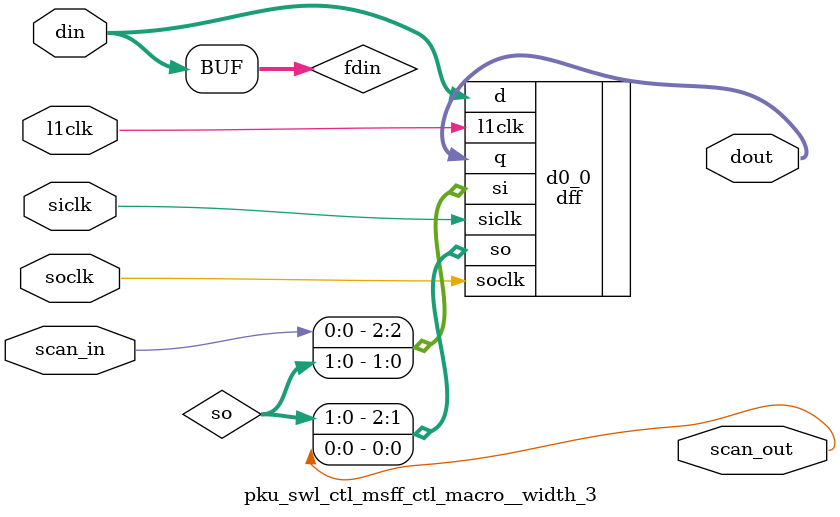
<source format=v>
module pku_swl_ctl (
  tlu_halted, 
  dec_block_store_stall, 
  dec_ierr_d, 
  tcu_do_mode, 
  lsu_pku_pmen, 
  spc_core_running_status, 
  lsu_spec_enable, 
  ifu_ibuffer_write_c, 
  ifu_buf0_inst, 
  lsu_stb_alloc, 
  lsu_stb_dealloc, 
  lsu_block_store_kill, 
  swl_divide_wait_all, 
  fgu_divide_completion, 
  ifu_buf0_valid_p, 
  ifu_upper_buffer_valid_p, 
  pku_raw_pick_p, 
  tlu_flush_ifu, 
  tlu_retry_state, 
  dec_valid_d, 
  dec_decode_d, 
  dec_true_valid_e, 
  lsu_sync, 
  lsu_complete, 
  dec_br_taken_e, 
  l2clk, 
  scan_in, 
  tcu_pce_ov, 
  spc_aclk, 
  spc_bclk, 
  tcu_scan_en, 
  swl_ready_p, 
  swl_spec_ready_p, 
  pku_inst_cnt_brtaken0, 
  pku_inst_cnt_brtaken1, 
  pku_annul_ds_dcti_brtaken0_e, 
  pku_annul_ds_dcti_brtaken1_e, 
  pku_load_flush_w, 
  pku_flush_upper_buffer, 
  pku_flush_buffer0, 
  pku_valid_e, 
  pku_flush_m, 
  pku_flush_b, 
  pku_flush_lm, 
  pku_flush_lb, 
  pku_flush_f1, 
  pku_flush_f2, 
  pku_ds_e, 
  swl_divide_wait, 
  swl_cancel_pick_p, 
  pku_quiesce, 
  scan_out, 
  pku_lsu_p, 
  pku_fgu_p, 
  pku_pdist_p, 
  pku_twocycle_p, 
  pku_idest_p, 
  pku_fdest_p, 
  pku_fsrc_rd_p, 
  pku_isrc_rs1_p, 
  pku_isrc_rs2_p, 
  pku_isrc_rd_p);
wire l1clk;
wire spares_scanin;
wire spares_scanout;
wire pce_ov;
wire stop;
wire siclk;
wire soclk;
wire se;
wire illegal_p;
wire [31:0] i;
wire isrc_rs1_u;
wire isrc_rs2_u;
wire isrc_rd_u;
wire idest_u;
wire fsrc_rs1_u;
wire fsrc_rs2_u;
wire fsrc_rd_u;
wire fdest_u;
wire fgu_u;
wire dcti_u;
wire specbr_u;
wire specld_u;
wire specfp_u;
wire lsu_u;
wire postsync_u;
wire div_u;
wire pdist_u;
wire condbr_u;
wire callclass_u;
wire fccsrc_u;
wire fsrsync_u;
wire twocycle_u;
wire bkick_u;
wire fbkick_u;
wire fccdest_u;
wire fpdest_single_u;
wire fpdest_double_u;
wire fpsrc_single_u;
wire fpsrc_double_u;
wire store_u;
wire windowsync_u;
wire fsrc_rs1_p;
wire fsrc_rs2_p;
wire dcti_p;
wire specbr_p;
wire specld_p;
wire specfp_p;
wire postsync_p;
wire do_mode_f;
wire div_p;
wire condbr_p;
wire callclass_p;
wire fccsrc_p;
wire fsrsync_p;
wire bkick_p;
wire fbkick_p;
wire fccdest_p;
wire fpdest_single_p;
wire fpdest_double_p;
wire fpsrc_single_p;
wire fpsrc_double_p;
wire store_p;
wire windowsync_p;
wire do_modef_scanin;
wire do_modef_scanout;
wire l1clk_pm1;
wire [4:0] rs1;
wire [4:0] rs2;
wire [4:0] rd;
wire annul;
wire vld_p;
wire vld_1;
wire valid;
wire vld_d;
wire vld_e;
wire vld_m;
wire vld_b;
wire vld_w;
wire vld_f4;
wire vld_f5;
wire vld_fb;
wire lsu_sync_wait;
wire pick_clken;
wire vldraw_d;
wire vldraw_e;
wire vldraw_m;
wire ext_flush;
wire thread_active;
wire l1clk_pm2;
wire active_clken;
wire external_flushf_scanin;
wire external_flushf_scanout;
wire lsu_ext_flush_in;
wire lsu_ext_flushf_scanin;
wire lsu_ext_flushf_scanout;
wire lsu_ext_flush_w;
wire divide_wait_outstanding;
wire fpdouble_wait;
wire fpdest_single_d;
wire fpdest_single_e;
wire fpdest_single_m;
wire lsu_b;
wire fpdest_single_b;
wire lsu_w;
wire fpdest_single_w;
wire lsu_f4;
wire fpdest_single_f4;
wire fpdouble_cancel;
wire lsu_f5;
wire fpdest_single_f5;
wire fpsingle_wait;
wire fpdest_double_d;
wire fpdest_double_e;
wire fpdest_double_m;
wire fpdest_double_b;
wire fpdest_double_w;
wire fpdest_double_f4;
wire fpsingle_cancel;
wire fpdest_double_f5;
wire fccdep_wait;
wire fccdest_d;
wire fccdest_e;
wire fccdest_m;
wire fccdep_cancel;
wire fccdest_b;
wire fsrsync_wait;
wire fgu_d;
wire fgu_e;
wire fgu_m;
wire fgu_b;
wire fgu_w;
wire fsrsync_cancel;
wire check_rs1_d;
wire idest_d;
wire specld_d;
wire fdest_d;
wire check_rs2_d;
wire check_rd_d;
wire check_rs1_e;
wire idest_e;
wire specld_e;
wire fdest_e;
wire check_rs2_e;
wire check_rd_e;
wire check_rs1_m;
wire fdest_m;
wire check_rs2_m;
wire check_rd_m;
wire check_rs1_b;
wire fdest_b;
wire check_rs2_b;
wire check_rd_b;
wire check_rs1_w;
wire fdest_w;
wire check_rs2_w;
wire check_rd_w;
wire cmp_rs1_rd_d;
wire [4:0] rd_d;
wire cmp_rs2_rd_d;
wire cmp_rd_rd_d;
wire cmp_rs1_rd_e;
wire [4:0] rd_e;
wire cmp_rs2_rd_e;
wire cmp_rd_rd_e;
wire cmp_rs1_rd_m;
wire [4:0] rd_m;
wire cmp_rs2_rd_m;
wire cmp_rd_rd_m;
wire cmp_rs1_rd_b;
wire [4:0] rd_b;
wire cmp_rs2_rd_b;
wire cmp_rd_rd_b;
wire cmp_rs1_rd_w;
wire [4:0] rd_w;
wire cmp_rs2_rd_w;
wire cmp_rd_rd_w;
wire dependent_cancel;
wire wait_rs1_d;
wire wait_rs2_d;
wire wait_rd_d;
wire wait_rs1_e;
wire wait_rs2_e;
wire wait_rd_e;
wire wait_rd_m;
wire wait_rd_b;
wire dependent_wait;
wire tlu_retryf_scanin;
wire tlu_retryf_scanout;
wire retry_state;
wire block_store_stallf_scanin;
wire block_store_stallf_scanout;
wire [1:0] block_store_stall;
wire full_scnt;
wire lsu_sync_raw_w;
wire dcti_d;
wire dcti_e;
wire any_twocycle_m;
wire divide_wait1;
wire stb_cancel;
wire ldst_sync_single;
wire ldst_sync_ldfsr;
wire restore_scnt;
wire pick_raw_p;
wire pick_p;
wire actual_pick_p;
wire flush_p;
wire actual_raw_pick_p;
wire rawflush_p;
wire set_postsync;
wire clear_postsync;
wire postsync_d;
wire flush_d;
wire postsync_e;
wire flush_e;
wire bkick_w;
wire fbkick_fb;
wire br_mispredict_m;
wire callclass_m;
wire bkick_m;
wire postsync_in;
wire post_sync;
wire post_syncf_scanin;
wire post_syncf_scanout;
wire spec_enf_scanin;
wire spec_enf_scanout;
wire spec_en;
wire active_threadf_scanin;
wire active_threadf_scanout;
wire set_postsync_ns;
wire clear_postsync_ns;
wire specbr_m;
wire specld_b;
wire fpvld_w2;
wire lsu_sync_w;
wire postsync_ns_in;
wire postsync_ns;
wire postsync_nsf_scanin;
wire postsync_nsf_scanout;
wire set_dep_wait;
wire clear_dep_wait;
wire dep_wait_in;
wire set_dcti_wait;
wire clear_dcti_wait;
wire dcti_wait_in;
wire set_dcti_couple_wait;
wire clear_dcti_couple_wait;
wire dcti_couple_wait_in;
wire flush_div;
wire div_d;
wire div_e;
wire set_divide_wait_in;
wire clear_divide_wait_in;
wire divide_wait_in;
wire divide_waitf_scanin;
wire divide_waitf_scanout;
wire divide_wait1f_scanin;
wire divide_wait1f_scanout;
wire otherdivide_wait_in;
wire lsu_completef_scanin;
wire lsu_completef_scanout;
wire lsu_complete_d1;
wire lsu_complete_d2;
wire set_lsu_sync_wait;
wire clear_lsu_sync_wait;
wire lsu_sync_wait_in;
wire lsu_sync_waitf_scanin;
wire lsu_sync_waitf_scanout;
wire clear_lsu_sync_single;
wire ldst_sync_single_in;
wire ldst_sync_singlef_scanin;
wire ldst_sync_singlef_scanout;
wire clear_lsu_sync_ldfsr;
wire fsrsync_w;
wire specld_w;
wire idest_w;
wire ldst_sync_ldfsr_in;
wire ldst_sync_ldfsrf_scanin;
wire ldst_sync_ldfsrf_scanout;
wire br_flush1_in;
wire br_mispredict_e;
wire brflush1_f_scanin;
wire brflush1_f_scanout;
wire br_flush1;
wire br_flush2_in;
wire brflush2_f_scanin;
wire brflush2_f_scanout;
wire brflush2;
wire not_annul_ds1_in;
wire annul_ds_dcti_e;
wire not_annul_ds1_f_scanin;
wire not_annul_ds1_f_scanout;
wire not_annul_ds1;
wire not_annul_ds2_in;
wire not_annul_ds2_f_scanin;
wire not_annul_ds2_f_scanout;
wire not_annul_ds2;
wire store_ds1_in;
wire pick_store_d;
wire store_ds1_f_scanin;
wire store_ds1_f_scanout;
wire store_ds1;
wire store_ds2_in;
wire store_ds2_f_scanin;
wire store_ds2_f_scanout;
wire store_ds2;
wire store_ds;
wire pick_store_p;
wire late_flush_p;
wire pickstoref_scanin;
wire pickstoref_scanout;
wire alloc_scnt;
wire dealloc_scnt;
wire inc_scnt_raw;
wire dec_scnt_raw;
wire hold_scnt_raw;
wire annul_store_in;
wire annul_store_f_scanin;
wire annul_store_f_scanout;
wire annul_store_d;
wire inc_scnt;
wire dec1_scnt;
wire hold_scnt;
wire dec2_scnt;
wire inc2_ccnt;
wire inc_ccnt_raw;
wire inc1_ccnt;
wire hold_ccnt_raw;
wire hold_ccnt;
wire dec_ccnt_raw;
wire dec1_ccnt;
wire [3:0] ccnt_in;
wire [3:0] ccnt;
wire [3:0] scnt_in;
wire [3:0] scnt;
wire scnt_f_scanin;
wire scnt_f_scanout;
wire alloc_ccnt;
wire dealloc_ccnt;
wire [3:0] ccnt_raw_in;
wire ccnt_f_scanin;
wire ccnt_f_scanout;
wire stb_wait_in;
wire rdy_in;
wire spec_in;
wire vld_d_in;
wire specbr_d_in;
wire specld_d_in;
wire vld_e_in;
wire specbr_e_in;
wire specld_e_in;
wire vld_m_in;
wire specld_m_in;
wire vld_b_in;
wire specld_b_in;
wire vld_w_in;
wire specld_w_in;
wire ready_in;
wire readyf_scanin;
wire readyf_scanout;
wire spec_ready_in;
wire spec_readyf_scanin;
wire spec_readyf_scanout;
wire allds_actual_p;
wire allds_p;
wire allds_is_p;
wire allds_actual_d;
wire allds_d;
wire allds_is_d;
wire allds_p_in;
wire allds_p_f_scanin;
wire allds_p_f_scanout;
wire allds_d_in;
wire allds_d_f_scanin;
wire allds_d_f_scanout;
wire allds_e_in;
wire allds_e_f_scanin;
wire allds_e_f_scanout;
wire set_vld_d;
wire clear_vld_d;
wire vld_df_scanin;
wire vld_df_scanout;
wire vld_ef_scanin;
wire vld_ef_scanout;
wire valid_e;
wire valid_e_in;
wire valid_ef_scanin;
wire valid_ef_scanout;
wire vld_mf_scanin;
wire vld_mf_scanout;
wire flush_m;
wire vld_bf_scanin;
wire vld_bf_scanout;
wire flush_b;
wire vld_wf_scanin;
wire vld_wf_scanout;
wire fpvld_w1_in;
wire specfp_w;
wire fpvld_w1f_scanin;
wire fpvld_w1f_scanout;
wire fpvld_w1;
wire fpvld_w2_in;
wire fpvld_w2f_scanin;
wire fpvld_w2f_scanout;
wire set_vldraw_d;
wire clear_vldraw_d;
wire rawflush_d;
wire vldraw_d_in;
wire vldraw_df_scanin;
wire vldraw_df_scanout;
wire vldraw_e_in;
wire vldraw_ef_scanin;
wire vldraw_ef_scanout;
wire vldraw_m_in;
wire vldraw_mf_scanin;
wire vldraw_mf_scanout;
wire annul_ds_dcti_mf_scanin;
wire annul_ds_dcti_mf_scanout;
wire annul_ds_dcti_m;
wire vldcnt_e_brtaken0_in;
wire vldcnt_e_brtaken1_in;
wire vldcnt_m_in;
wire vld_f4_in;
wire flush_w;
wire vld_f4f_scanin;
wire vld_f4f_scanout;
wire vld_f5_in;
wire flush_f4;
wire vld_f5f_scanin;
wire vld_f5f_scanout;
wire vld_fb_in;
wire flush_f5;
wire vld_fbf_scanin;
wire vld_fbf_scanout;
wire any_twocycle_p;
wire [23:0] data_d_in;
wire [23:0] data_d;
wire data_df_scanin;
wire data_df_scanout;
wire any_twocycle_d;
wire bkick_d;
wire lsu_d;
wire fbkick_d;
wire specfp_d;
wire condbr_d;
wire callclass_d;
wire annul_d;
wire specbr_d;
wire specld_m;
wire rdf_scanin;
wire rdf_scanout;
wire anytwocyclef_scanin;
wire anytwocyclef_scanout;
wire any_twocycle_e;
wire specldf_scanin;
wire specldf_scanout;
wire postsyncf_scanin;
wire postsyncf_scanout;
wire divf_scanin;
wire divf_scanout;
wire dctif_scanin;
wire dctif_scanout;
wire specbref_scanin;
wire specbref_scanout;
wire specbr_e;
wire specbrmf_scanin;
wire specbrmf_scanout;
wire annulf_scanin;
wire annulf_scanout;
wire annul_e;
wire callclassf_scanin;
wire callclassf_scanout;
wire callclass_e;
wire condbrf_scanin;
wire condbrf_scanout;
wire condbr_e;
wire idestf_scanin;
wire idestf_scanout;
wire idest_m;
wire idest_b;
wire fdestf_scanin;
wire fdestf_scanout;
wire specfpf_scanin;
wire specfpf_scanout;
wire specfp_e;
wire specfp_m;
wire specfp_b;
wire fbkickf_scanin;
wire fbkickf_scanout;
wire fbkick_e;
wire fbkick_m;
wire fbkick_b;
wire fbkick_w;
wire fbkick_f4;
wire fbkick_f5;
wire fgu_d_in;
wire fguf_scanin;
wire fguf_scanout;
wire bkickf_scanin;
wire bkickf_scanout;
wire bkick_e;
wire bkick_b;
wire fpdest_doublef_scanin;
wire fpdest_doublef_scanout;
wire fpdest_singlef_scanin;
wire fpdest_singlef_scanout;
wire fccdestf_scanin;
wire fccdestf_scanout;
wire lsu_d_in;
wire lsuf_scanin;
wire lsuf_scanout;
wire lsu_e;
wire lsu_m;
wire lsu_sync_early;
wire lsu_sync_in;
wire lsu_syncf_scanin;
wire lsu_syncf_scanout;
wire lsu_sync_raw_in;
wire lsu_sync_rawf_scanin;
wire lsu_sync_rawf_scanout;
wire flush_f3;
wire br_mispredict_m_in;
wire br_mispredict_mf_scanin;
wire br_mispredict_mf_scanout;
wire flush_m_in;
wire flush_mf_scanin;
wire flush_mf_scanout;
wire [6:0] i_unused;


input tlu_halted;		// put thread in halt state by gating off ready signals

input dec_block_store_stall;	// there is a block store stall in effect at the d stage for this thread

input dec_ierr_d;		// an inst error has occured at d stage: illegal, parity or ifetch error

input tcu_do_mode;

input lsu_pku_pmen;		// power management enable for pku

input spc_core_running_status;	// thread is active
input lsu_spec_enable;    	// enable speculation; assume this is serializing (if not pipeline it)

input ifu_ibuffer_write_c;	// ifu is writing 1 or more instructions into the ibuffers
input [31:0] ifu_buf0_inst;	// oldest instruction at pick 

input lsu_stb_alloc;	  	// lsu has allocated store in stb; sent in b_stage; increment ccnt by 1
input lsu_stb_dealloc;    	// lsu is deallocating store in stb; decrement sscnt,ccnt by 1
input lsu_block_store_kill;  	// error occured during block store; use this to set scnt=ccnt=0

input [7:0] swl_divide_wait_all;  // divide block for all threads (cycle detected) 

input fgu_divide_completion;	  // divide completion for any thread


//input ibuffer_write;		// any write to the ibuffer (C stage)  - REMOVED because it didn't make timing

input ifu_buf0_valid_p;		// ifu_buf0_valid_p for instruction buffer
input ifu_upper_buffer_valid_p;	// ifu_upper_buffer_valid_p for instruction buffer


input pku_raw_pick_p;  		// unqualified pick for this thread
input tlu_flush_ifu;		// flush this thread (traps)

input tlu_retry_state;		// IF the first part of a retry, must let it go even in dcti w/out DS (part of address optimization)
input dec_valid_d;		// inst is valid at decode for relevant TG
input dec_decode_d;		// decoded inst at decode for relevant TG

input dec_true_valid_e;		// take illegals and other exceptions into account

input lsu_sync;			// lsu needs thread to resync due to dcache_miss, ASI register access, etc.
input lsu_complete;	        // completion of lsu sync event

input dec_br_taken_e;		// br is taken for e stage (br mispredict)

input l2clk;
input scan_in;
input tcu_pce_ov;		// scan signals
input spc_aclk;
input spc_bclk;
input tcu_scan_en;

output swl_ready_p;		// non-speculative ready state
output swl_spec_ready_p;	// speculative ready state, past a br or load


output [1:0] pku_inst_cnt_brtaken0; 	// count of inst at e,m,b pipe stages (to dec)
output [1:0] pku_inst_cnt_brtaken1; 	// count of inst at e,m,b pipe stages (to dec)

output pku_annul_ds_dcti_brtaken0_e;	// the DS of the dcti at e stage is annulled
output pku_annul_ds_dcti_brtaken1_e;	// the DS of the dcti at e stage is annulled

output pku_load_flush_w; 	// lsu flush to fetch (fetch the npc of the load)

output pku_flush_upper_buffer;	// flush signals directly off a flop to IB's
output pku_flush_buffer0;       // kill valid for buffer 0 ALSO force shift of IB's

output pku_valid_e;		// this thread has a valid instruction at the e stage (to dec)

output pku_flush_m;		// tell trap to flush m
output pku_flush_b;		// tell trap to flush b

output pku_flush_lm;		// flush signals unique to the lsu
output pku_flush_lb;

output pku_flush_f1;		// flush signals unique to the fgu
output pku_flush_f2;

output pku_ds_e;		// the instruction at e stage is a DS

output swl_divide_wait; 	// this thread is waiting on divide; send out to all other threads

output swl_cancel_pick_p; 	// cancel pick of this thread due to hazard

output pku_quiesce;		// quiesce signal for tlu

output scan_out;


output pku_lsu_p;		// predecodes for the decode unit (for timing)
output pku_fgu_p;
output pku_pdist_p;
output pku_twocycle_p;
output pku_idest_p;
output pku_fdest_p;
output pku_fsrc_rd_p;
output pku_isrc_rs1_p;
output pku_isrc_rs2_p;
output pku_isrc_rd_p;

// l1clk: no power management; clock always runs

pku_swl_ctl_l1clkhdr_ctl_macro clkgen (
 .l1en (1'b1 ),
 .l1clk(l1clk),
  .l2clk(l2clk),
  .pce_ov(pce_ov),
  .stop(stop),
  .se(se)
);

pku_swl_ctl_spare_ctl_macro__num_4 spares  (
	.scan_in(spares_scanin),
	.scan_out(spares_scanout),
	.l1clk	(l1clk),
  .siclk(siclk),
  .soclk(soclk)
);

// scan renames
assign pce_ov = tcu_pce_ov;
assign stop = 1'b0;
assign siclk = spc_aclk;
assign soclk = spc_bclk;
assign se = tcu_scan_en;
// end scan

// all illegals are mapped to this before they are written into the icache
assign illegal_p = ~i[31] & ~i[30] & ~i[24] & ~i[23] & ~i[22];

// --- autogenerated by n2decode view=pku Wed Aug 10 15:04:21 CDT 2005

assign isrc_rs1_u = (i[31]&!i[21]&i[20]&!i[19]) | (i[31]&!i[21]&!i[17]&i[16]) | (
    i[31]&!i[21]&!i[19]&!i[16]&!i[13]) | (i[31]&!i[22]&!i[20]&!i[19]
    &!i[13]&!i[12]&!i[6]&!i[5]) | (i[31]&!i[22]&i[20]&!i[12]&!i[11]&!i[10]) | (
    i[31]&!i[28]&!i[22]&!i[19]&i[13]) | (i[31]&!i[26]&!i[22]&!i[19]&i[13]) | (
    !i[30]&!i[24]&i[23]&i[22]) | (i[31]&i[21]&i[20]&i[19]) | (i[31]&i[22]
    &!i[20]&i[19]) | (i[31]&i[23]&!i[21]&i[20]) | (!i[30]&i[23]&i[22]
    &!i[20]) | (i[31]&!i[23]&!i[22]) | (i[31]&!i[24]) | (i[31]&i[30]) | (
    i[31]&i[19]&!i[9]&i[7]);

assign isrc_rs2_u = (i[31]&i[30]&i[24]&i[22]&!i[19]) | (i[31]&!i[22]&!i[21]
    &!i[19]&!i[13]) | (i[31]&i[23]&i[22]&!i[21]&!i[13]) | (i[31]&i[23]
    &i[22]&!i[20]&!i[13]) | (i[31]&!i[22]&i[20]&!i[13]&!i[12]&!i[11]
    &!i[10]) | (i[31]&!i[23]&i[21]&!i[13]) | (i[31]&i[30]&!i[13]) | (
    i[31]&!i[24]&!i[13]) | (i[31]&!i[23]&!i[22]&!i[13]);

assign isrc_rd_u = (i[31]&i[30]&i[22]&i[21]&i[20]) | (i[31]&i[30]&i[22]&i[21]
    &!i[19]) | (i[31]&i[30]&!i[24]&!i[22]&i[21]);

assign idest_u = (i[31]&!i[30]&!i[23]&i[20]&!i[19]) | (i[31]&!i[30]&!i[23]&!i[19]
    &!i[17]) | (i[31]&!i[30]&!i[23]&!i[20]&i[19]) | (i[31]&!i[30]&!i[13]
    &!i[11]&!i[10]&i[9]) | (i[31]&!i[30]&!i[22]&i[21]&i[20]&!i[12]&!i[11]
    &!i[9]) | (i[31]&!i[30]&i[22]&i[21]&i[16]) | (i[30]&i[24]&i[22]&!i[19]) | (
    i[30]&!i[24]&i[22]&i[19]) | (i[31]&!i[30]&!i[23]&!i[19]&!i[16]) | (
    i[30]&!i[24]&!i[21]) | (i[24]&i[23]&i[22]&!i[20]&!i[19]) | (i[31]
    &!i[30]&i[22]&i[21]&i[19]) | (!i[30]&!i[23]&!i[22]) | (i[31]&!i[30]
    &!i[24]) | (!i[31]&i[30]);

assign fsrc_rs1_u = (i[31]&!i[30]&!i[13]&!i[11]&i[10]&i[9]&!i[7]&!i[6]) | (
    i[31]&!i[30]&!i[13]&!i[12]&i[9]&!i[8]&i[5]) | (i[31]&!i[30]&i[20]
    &!i[13]&i[10]&!i[9]&i[8]) | (i[31]&!i[30]&i[20]&!i[13]&i[11]&!i[9]
    &i[8]&!i[5]) | (i[31]&!i[30]&!i[19]&!i[13]&i[11]&i[10]&i[7]&!i[6]) | (
    i[31]&!i[30]&i[20]&!i[13]&i[11]&!i[7]&i[6]) | (i[31]&!i[30]&i[20]
    &!i[19]&!i[13]&!i[11]&i[10]&!i[5]) | (i[31]&!i[30]&!i[22]&!i[20]
    &!i[19]&!i[13]&!i[12]&i[11]) | (i[31]&!i[30]&!i[13]&!i[12]&i[11]&i[9]
    &!i[8]);

assign fsrc_rs2_u = (i[31]&!i[30]&!i[13]&i[11]&i[8]&!i[6]) | (i[31]&!i[30]&!i[13]
    &i[11]&!i[8]&i[6]) | (i[31]&!i[30]&!i[13]&i[11]&i[9]&!i[7]) | (i[31]
    &!i[30]&!i[13]&i[11]&!i[9]&i[7]) | (i[31]&!i[30]&!i[22]&!i[13]&i[11]
    &!i[10]) | (i[31]&!i[30]&!i[19]&!i[13]&!i[11]&i[10]) | (i[31]&!i[30]
    &i[24]&i[23]&!i[22]&i[21]&!i[20]);

assign fsrc_rd_u = (i[31]&i[30]&i[24]&!i[22]&i[21]&!i[19]) | (i[31]&i[30]&i[24]
    &i[21]&i[20]&i[19]);

assign fdest_u = (i[31]&!i[30]&!i[13]&i[10]&i[9]) | (i[31]&!i[30]&i[24]&i[23]
    &!i[22]&i[21]&!i[20]&!i[9]) | (i[31]&!i[30]&!i[22]&!i[19]&!i[13]
    &i[11]) | (i[31]&i[30]&i[24]&!i[21]&i[20]) | (i[31]&i[30]&i[24]&!i[21]
    &!i[19]);

assign fgu_u = (i[31]&!i[30]&!i[13]&i[12]&i[5]) | (i[31]&!i[30]&!i[13]&i[9]&i[8]) | (
    i[31]&i[24]&!i[23]&i[22]&i[21]&i[20]&!i[19]) | (i[31]&!i[30]&!i[22]
    &!i[13]&i[11]) | (i[31]&!i[30]&!i[22]&!i[13]&i[10]) | (i[31]&!i[30]
    &i[22]&i[21]&!i[20]&i[19]) | (i[31]&!i[30]&i[24]&i[23]&i[21]&!i[20]) | (
    i[31]&i[30]&i[24]&!i[22]&i[21]) | (i[31]&!i[30]&!i[24]&i[22]&i[19]) | (
    i[31]&!i[30]&!i[24]&i[22]&i[20]) | (i[31]&i[24]&!i[22]&i[21]&!i[20]
    &!i[19]);

assign dcti_u = (i[24]&i[23]&i[22]&!i[21]&!i[20]) | (!i[31]&i[23]) | (!i[31]
    &i[22]) | (!i[31]&i[30]);

assign specbr_u = (!i[31]&!i[30]&i[22]) | (!i[31]&!i[30]&i[23]);

assign specld_u = (i[31]&i[30]&!i[21]);

assign specfp_u = (i[31]&!i[30]&!i[13]&i[12]&i[5]) | (i[31]&!i[30]&!i[13]&i[10]
    &i[9]) | (i[31]&!i[30]&!i[22]&!i[13]&i[11]) | (i[31]&!i[30]&i[24]
    &i[23]&!i[22]&i[21]&!i[20]);

assign lsu_u = (i[31]&i[24]&!i[23]&i[22]&i[20]&!i[19]&i[16]) | (i[31]&i[24]
    &!i[23]&i[22]&!i[21]&!i[17]&i[16]) | (i[31]&i[24]&!i[23]&i[22]&!i[21]
    &!i[20]&i[19]) | (i[31]&i[24]&!i[23]&i[22]&!i[21]&!i[19]&!i[16]) | (
    i[31]&i[24]&i[23]&!i[22]&!i[21]&i[20]) | (i[31]&!i[28]&i[24]&i[23]
    &!i[22]&!i[21]&!i[19]) | (i[31]&i[24]&i[23]&i[20]&i[19]) | (i[31]
    &i[29]&i[24]&i[23]&!i[22]&!i[21]) | (i[31]&i[24]&!i[23]&i[22]&!i[21]
    &i[1]) | (i[31]&i[24]&!i[23]&i[22]&!i[21]&i[5]) | (i[31]&i[24]&!i[23]
    &i[22]&!i[21]&i[6]) | (i[31]&i[30]);

assign postsync_u = (i[31]&i[24]&i[22]&!i[21]&!i[20]&i[6]) | (i[31]&i[24]&i[22]
    &!i[21]&!i[20]&i[5]) | (i[31]&i[24]&i[22]&!i[21]&!i[20]&i[1]) | (
    i[31]&i[24]&i[22]&!i[21]&!i[20]&!i[17]) | (i[31]&i[24]&i[22]&!i[21]
    &!i[20]&!i[15]) | (i[31]&i[24]&i[20]&!i[19]&!i[13]&!i[11]&i[10]&!i[9]) | (
    i[31]&!i[30]&!i[28]&i[24]&i[23]&!i[21]&!i[20]) | (i[24]&i[23]&i[22]
    &i[21]) | (i[31]&!i[30]&!i[26]&i[24]&i[23]&!i[21]&!i[20]) | (i[31]
    &!i[30]&i[24]&!i[23]&!i[22]&i[21]&!i[20]&!i[19]) | (i[31]&!i[30]
    &i[24]&i[23]&!i[22]&!i[21]&i[20]) | (i[31]&i[24]&!i[23]&i[22]&i[20]
    &!i[19]) | (i[24]&i[23]&i[22]&!i[20]) | (i[31]&!i[30]&i[22]&!i[21]
    &i[19]) | (i[30]&i[24]&!i[20]&i[19]) | (i[30]&i[22]&i[21]&i[19]) | (
    i[31]&!i[30]&!i[24]&i[22]&!i[21]&i[20]) | (!i[31]&i[30]);

assign div_u = (i[31]&!i[30]&!i[20]&!i[19]&!i[13]&!i[11]&i[10]) | (i[31]&!i[30]
    &!i[20]&!i[13]&i[8]&i[7]) | (i[31]&!i[30]&!i[23]&i[22]&i[21]&!i[20]
    &i[19]) | (i[31]&!i[30]&!i[24]&i[22]&i[21]&i[20]);

assign pdist_u = (i[31]&!i[30]&!i[13]&!i[11]&i[9]&i[8]&i[7]&!i[5]);

assign condbr_u = (!i[31]&!i[30]&i[27]&i[22]) | (!i[31]&!i[30]&i[25]&i[22]) | (
    !i[31]&!i[30]&i[26]&i[22]) | (!i[31]&!i[30]&i[27]&i[23]) | (!i[31]
    &!i[30]&i[25]&i[23]) | (!i[31]&!i[30]&i[26]&i[23]);

assign callclass_u = (i[24]&i[23]&i[22]&!i[21]&!i[20]) | (!i[31]&i[30]);

assign fccsrc_u = (!i[30]&i[24]&i[23]&!i[22]&i[21]&i[19]&!i[13]&!i[9]&!i[7]) | (
    !i[30]&i[24]&!i[23]&i[22]&i[21]&!i[20]&!i[19]&!i[18]) | (!i[31]&!i[30]
    &i[24]&i[23]) | (!i[31]&!i[30]&i[24]&i[22]);

assign fsrsync_u = (i[31]&!i[30]&!i[13]&!i[11]&i[9]&i[8]&i[7]&!i[5]) | (i[31]
    &i[30]&i[24]&!i[22]&!i[20]&i[19]);

assign twocycle_u = (i[31]&i[30]&i[24]&i[22]&!i[19]) | (i[31]&i[30]&!i[24]&!i[22]
    &i[21]&i[20]&i[19]);

assign bkick_u = (i[31]&i[24]&!i[23]&i[22]&!i[21]&i[20]&i[19]) | (i[31]&i[24]
    &i[23]&!i[21]&!i[20]&i[19]) | (i[31]&i[30]&i[24]&!i[22]&!i[20]&i[19]);

assign fbkick_u = (i[31]&!i[30]&i[20]&!i[19]&!i[13]&!i[11]&i[10]&!i[9]) | (
    i[31]&i[24]&!i[23]&i[22]&i[21]&i[20]&!i[19]) | (i[31]&!i[30]&i[24]
    &!i[23]&!i[22]&i[21]&!i[20]&!i[19]) | (!i[30]&i[24]&i[23]&i[22]&i[21]
    &!i[20]) | (i[31]&!i[30]&!i[24]&i[22]&!i[21]&i[19]) | (i[31]&!i[30]
    &!i[24]&i[22]&!i[21]&i[20]);

assign fccdest_u = (i[31]&!i[30]&i[19]&!i[13]&i[9]);

assign fpdest_single_u = (i[31]&!i[30]&!i[19]&!i[13]&i[12]&i[7]) | (i[31]&!i[30]
    &!i[13]&i[9]&i[8]&i[6]&i[5]) | (i[31]&!i[30]&!i[13]&i[9]&i[8]&i[7]
    &i[5]) | (i[31]&!i[30]&!i[20]&!i[13]&!i[11]&i[10]&i[5]) | (i[31]
    &!i[30]&!i[22]&!i[19]&!i[13]&i[12]&i[11]&!i[8]) | (i[31]&!i[30]&!i[19]
    &!i[13]&i[11]&!i[8]&i[5]) | (i[31]&i[24]&i[23]&!i[22]&!i[20]&i[19]
    &!i[9]&i[5]) | (i[31]&!i[30]&!i[20]&!i[19]&!i[13]&!i[12]&!i[10]&i[5]) | (
    i[31]&!i[30]&i[20]&!i[13]&i[11]&i[10]&i[5]) | (i[31]&i[30]&i[24]
    &!i[22]&!i[19]);

assign fpdest_double_u = (i[31]&!i[30]&!i[22]&!i[20]&!i[19]&!i[13]&i[12]&!i[9]
    &!i[7]) | (i[31]&!i[30]&i[19]&!i[13]&i[9]) | (i[31]&!i[30]&!i[20]
    &!i[19]&!i[13]&i[11]&i[10]) | (i[31]&i[24]&!i[22]&i[19]&!i[13]&i[6]) | (
    i[31]&!i[30]&!i[13]&i[10]&i[9]&!i[5]) | (i[31]&!i[30]&!i[13]&!i[11]
    &i[10]&i[9]&!i[7]&!i[6]) | (i[31]&!i[30]&i[20]&!i[13]&i[11]&!i[10]
    &i[8]) | (i[31]&!i[30]&!i[13]&!i[11]&i[10]&i[9]&!i[8]) | (i[31]&!i[30]
    &i[24]&i[23]&!i[22]&i[21]&!i[20]&!i[11]&i[6]) | (i[31]&i[30]&i[24]
    &i[20]&i[19]) | (i[31]&!i[30]&!i[22]&!i[13]&!i[12]&i[11]&!i[5]);

assign fpsrc_single_u = (i[31]&!i[30]&!i[22]&!i[13]&i[12]&i[11]&!i[6]) | (i[31]
    &!i[30]&!i[13]&!i[11]&i[10]&i[9]&!i[6]&!i[5]) | (i[31]&!i[30]&!i[13]
    &i[10]&i[8]&!i[7]&!i[6]&i[5]) | (i[31]&!i[30]&!i[13]&i[11]&!i[8]&i[6]
    &i[5]) | (i[31]&!i[30]&!i[13]&i[11]&!i[7]&i[6]&i[5]) | (i[31]&!i[30]
    &!i[13]&i[10]&!i[8]&i[7]&!i[6]&i[5]) | (i[31]&!i[30]&!i[13]&i[11]
    &i[7]&!i[6]&i[5]) | (i[31]&!i[30]&!i[13]&i[11]&!i[9]&i[8]&i[5]) | (
    i[31]&!i[30]&!i[13]&i[9]&!i[8]&!i[7]&i[5]) | (i[31]&i[24]&i[23]&!i[22]
    &i[21]&!i[20]&i[5]) | (i[31]&i[30]&i[24]&!i[22]&!i[19]);

assign fpsrc_double_u = (i[31]&!i[30]&!i[13]&!i[11]&i[8]&i[7]) | (i[31]&!i[30]
    &!i[13]&!i[11]&i[10]&i[8]&i[6]) | (i[31]&!i[30]&!i[13]&i[10]&!i[9]
    &i[8]&!i[5]) | (i[31]&!i[30]&!i[22]&!i[13]&!i[11]&i[10]&!i[8]&!i[7]
    &!i[6]) | (i[31]&!i[30]&!i[13]&i[10]&i[7]&!i[6]&!i[5]) | (i[31]&!i[30]
    &i[20]&!i[13]&i[11]&i[8]&!i[6]&!i[5]) | (i[31]&!i[30]&!i[13]&!i[11]
    &i[10]&i[7]&i[6]) | (i[31]&!i[30]&!i[13]&i[10]&!i[7]&i[6]&!i[5]) | (
    i[31]&!i[30]&!i[13]&i[11]&i[9]&!i[8]&!i[5]) | (i[31]&!i[30]&!i[13]
    &i[11]&!i[9]&i[6]&!i[5]) | (i[31]&!i[30]&i[24]&i[23]&!i[22]&i[21]
    &!i[20]&!i[11]&!i[5]) | (i[31]&i[30]&i[24]&i[20]&i[19]);

assign store_u = (i[31]&!i[30]&!i[26]&i[24]&i[23]&!i[22]&!i[21]&!i[19]) | (
    i[31]&i[30]&i[21]&!i[19]) | (i[31]&!i[30]&!i[28]&i[24]&i[23]&!i[22]
    &!i[21]&!i[19]) | (i[31]&!i[30]&i[24]&i[23]&!i[22]&!i[21]&i[20]) | (
    i[31]&i[30]&!i[22]&i[21]) | (i[31]&i[30]&!i[24]&i[21]);

assign windowsync_u = (i[31]&i[24]&!i[23]&i[22]&!i[21]&i[20]&i[19]) | (!i[30]
    &i[24]&i[23]&i[22]&i[21]&!i[20]) | (!i[30]&i[24]&i[23]&i[22]&!i[20]
    &i[19]);

// end autogeneration


assign pku_isrc_rs1_p  = isrc_rs1_u      & ~illegal_p;	
assign pku_isrc_rs2_p  = isrc_rs2_u      & ~illegal_p;	
assign pku_isrc_rd_p   = isrc_rd_u       & ~illegal_p;	
assign pku_idest_p     = idest_u         & ~illegal_p;	
assign fsrc_rs1_p      = fsrc_rs1_u      & ~illegal_p;	
assign fsrc_rs2_p      = fsrc_rs2_u      & ~illegal_p;	
assign pku_fsrc_rd_p   = fsrc_rd_u       & ~illegal_p;	
assign pku_fdest_p     = fdest_u         & ~illegal_p;	
assign pku_fgu_p       = fgu_u           & ~illegal_p;	
assign dcti_p          = dcti_u          & ~illegal_p;	
assign specbr_p        = specbr_u        & ~illegal_p;	
assign specld_p        = specld_u        & ~illegal_p;	
assign specfp_p        = specfp_u        & ~illegal_p;	
assign pku_lsu_p       = lsu_u           & ~illegal_p;	
assign postsync_p      = postsync_u      & ~do_mode_f & ~illegal_p;	
assign div_p           = div_u           & ~illegal_p;	
assign pku_pdist_p     = pdist_u         & ~illegal_p;	
assign condbr_p        = condbr_u        & ~illegal_p;	
assign callclass_p     = callclass_u     & ~illegal_p;	
assign fccsrc_p        = fccsrc_u        & ~illegal_p;	
assign fsrsync_p       = fsrsync_u       & ~illegal_p;	
assign pku_twocycle_p  = twocycle_u      & ~illegal_p;	
assign bkick_p         = bkick_u         & ~illegal_p;	
assign fbkick_p        = fbkick_u        & ~illegal_p;	
assign fccdest_p       = fccdest_u       & ~illegal_p;	
assign fpdest_single_p = fpdest_single_u & ~fsrc_rd_u & ~illegal_p;	// store-floats don't have a fpdest
assign fpdest_double_p = fpdest_double_u & ~fsrc_rd_u & ~illegal_p;	
assign fpsrc_single_p  = fpsrc_single_u  & ~illegal_p;	
assign fpsrc_double_p  = fpsrc_double_u  & ~illegal_p;	
assign store_p         = store_u         & ~illegal_p;	
assign windowsync_p    = windowsync_u    & ~illegal_p;	

pku_swl_ctl_msff_ctl_macro__width_1 do_modef  (
 .scan_in(do_modef_scanin),
 .scan_out(do_modef_scanout),
 .l1clk(l1clk_pm1),
 .din  (tcu_do_mode),
 .dout (do_mode_f),
  .siclk(siclk),
  .soclk(soclk)
);



assign i[31:0] = ifu_buf0_inst[31:0];

assign rs1[4:0] = i[18:14];
assign rs2[4:0] = i[4:0];
assign rd[4:0] = i[29:25];

assign annul = i[29];

// instruction buffers will be flushing this cycle; qualify input valids for this flush cycle
assign vld_p = ifu_buf0_valid_p & ~pku_flush_buffer0;
assign vld_1 = ifu_upper_buffer_valid_p & ~pku_flush_upper_buffer;

// quiesce signal

assign valid = (ifu_buf0_valid_p | vld_d | vld_e | vld_m | vld_b | vld_w | 
		vld_f4 | vld_f5 | vld_fb |
		swl_divide_wait | lsu_sync_wait);

assign pku_quiesce = ~valid;

// l1clk_pm2: fine grain power management; shut down clocks whenver pick is idle

assign pick_clken = (((ifu_buf0_valid_p & (swl_ready_p | swl_spec_ready_p)) |  // valid inst and ready to pick
	             vldraw_d | vldraw_e | vldraw_m |		               // must get inst cnts right
		     vld_d | vld_e | vld_m | vld_b | vld_w | 
		     vld_f4 | vld_f5 | vld_fb |   		               // clock fgu ops down the pipe 
		     ext_flush) & thread_active) | ~lsu_pku_pmen;

pku_swl_ctl_l1clkhdr_ctl_macro clkgenpm (
 .l1en (pick_clken ),
 .l1clk(l1clk_pm2),
  .l2clk(l2clk),
  .pce_ov(pce_ov),
  .stop(stop),
  .se(se)
);

// l1clk_pm1: coarse grain power management; shut down clocks if thread is not active

assign active_clken = thread_active | ~lsu_pku_pmen;

pku_swl_ctl_l1clkhdr_ctl_macro clkgenactive (
 .l1en (active_clken ),
 .l1clk(l1clk_pm1),
  .l2clk(l2clk),
  .pce_ov(pce_ov),
  .stop(stop),
  .se(se)
);


pku_swl_ctl_msff_ctl_macro__width_1 external_flushf  (
 .scan_in(external_flushf_scanin),
 .scan_out(external_flushf_scanout),
 .l1clk(l1clk_pm1),
 .din  (tlu_flush_ifu),
 .dout (ext_flush),
  .siclk(siclk),
  .soclk(soclk)
);

assign lsu_ext_flush_in = tlu_flush_ifu | lsu_sync;

pku_swl_ctl_msff_ctl_macro__width_1 lsu_ext_flushf  (
 .scan_in(lsu_ext_flushf_scanin),
 .scan_out(lsu_ext_flushf_scanout),
 .l1clk(l1clk_pm1),
 .din  (lsu_ext_flush_in),
 .dout (lsu_ext_flush_w),
  .siclk(siclk),
  .soclk(soclk)
);

// 0in bits_on -var swl_divide_wait_all[7:0] -max 2
assign divide_wait_outstanding = |swl_divide_wait_all[7:0];


// dependency logic to prevent fpdest_single followed by fpsrc_double
// no way to bypass partial result

assign fpdouble_wait =  (fpsrc_double_p & vld_d & fpdest_single_d) |
			(fpsrc_double_p & vld_e & fpdest_single_e) |
			(fpsrc_double_p & vld_m & fpdest_single_m) |
			(fpsrc_double_p & vld_b & ~lsu_b & fpdest_single_b) |     // no lsu hazards past b
			(fpsrc_double_p & vld_w & ~lsu_w & fpdest_single_w) |
			(fpsrc_double_p & vld_f4 & ~lsu_f4 & fpdest_single_f4);

assign fpdouble_cancel =  fpdouble_wait |
			(fpsrc_double_p & vld_b & lsu_b & fpdest_single_b) |     // if fpdest is load at b, cancel
			(fpsrc_double_p & vld_f5 & ~lsu_f5 & fpdest_single_f5);
	
// dependency logic to prevent fpdest_double followed by fpsrc_single
// don't want to deal with unscrambling the FP sources and destinations

assign fpsingle_wait =  (fpsrc_single_p & vld_d & fpdest_double_d) |
			(fpsrc_single_p & vld_e & fpdest_double_e) |
			(fpsrc_single_p & vld_m & fpdest_double_m) |
			(fpsrc_single_p & vld_b & ~lsu_b & fpdest_double_b) |     // no lsu hazards past b
			(fpsrc_single_p & vld_w & ~lsu_w & fpdest_double_w) |
			(fpsrc_single_p & vld_f4 & ~lsu_f4 & fpdest_double_f4);

assign fpsingle_cancel =  fpsingle_wait |
			(fpsrc_single_p & vld_b & lsu_b & fpdest_double_b) |     // if fpdest is load at b, cancel
			(fpsrc_single_p & vld_f5 & ~lsu_f5 & fpdest_double_f5);

// dependency logic for fcc : fbfcc, movcc, fmovcc
// FGU sends fcc's during F3/W stage; decode has 2 flop stages before E stage
assign fccdep_wait =   (fccsrc_p & vld_d & fccdest_d) |
		       (fccsrc_p & vld_e & fccdest_e) |
		       (fccsrc_p & vld_m & fccdest_m);

assign fccdep_cancel = fccdep_wait |
		       (fccsrc_p & vld_b & fccdest_b);

// presync logic for ldfsr, stfsr (wait for all fgu op to advance past f5)
// ldfsr has same presync timing as stfsr
assign fsrsync_wait = (fsrsync_p & vld_d & fgu_d) |  // wait on all fgus (including loads, fgu ints)
		     (fsrsync_p & vld_e & fgu_e) |
		     (fsrsync_p & vld_m & fgu_m) |
		     (fsrsync_p & vld_b & fgu_b) |
		     (fsrsync_p & vld_w & fgu_w) |
		     (fsrsync_p & vld_f4);

assign fsrsync_cancel = fsrsync_wait |
		     (fsrsync_p & vld_f5);

// fgu_op with dest { fgu fdest }
// load-int { lsu specld }
// load-float or fgu_op { fdest }

// integer sources (rs1,rs2,rd) check against integer loads
// float sources (rs1,rs2,rd) check against float-loads and fgu_ops
// float loads have WAW hazard with prior fgu ops

// dependency checking for integer and floats
assign check_rs1_d =  (idest_d & specld_d & pku_isrc_rs1_p) |   // check int rs1 VS int_load_d
		      (fdest_d & fsrc_rs1_p);		        // check fp rs1 VS fgu_op_d OR fgu_load_d
assign check_rs2_d = (idest_d & specld_d & pku_isrc_rs2_p) |	// rs2 same as rs1
		     (fdest_d & fsrc_rs2_p);
assign check_rd_d = (idest_d & specld_d & pku_isrc_rd_p) |	 // check int store VS prior int load 
		    (fdest_d & pku_fsrc_rd_p) |			 // check fp store VS prior fgu_op OR fgu_load
		    (fdest_d & fgu_d & pku_fdest_p & pku_lsu_p); // check float-load VS prior fgu_op WAW

assign check_rs1_e = (idest_e & specld_e & pku_isrc_rs1_p) | 	// check int rs1 VS int_load_e
		     (fdest_e & fgu_e & fsrc_rs1_p );	        // check fp rs1 VS fgu_op_e
assign check_rs2_e = (idest_e & specld_e & pku_isrc_rs2_p) |
		     (fdest_e & fgu_e & fsrc_rs2_p );
assign check_rd_e = (idest_e & specld_e & pku_isrc_rd_p) |
		    (fdest_e & fgu_e & pku_fsrc_rd_p) |		// check fp store VS prior fgu_op
		    (fdest_e & fgu_e & pku_fdest_p & pku_lsu_p);  // WAW

assign check_rs1_m = (fdest_m & fgu_m & fsrc_rs1_p);	  // check fp rs1 VS fgu_op_m
assign check_rs2_m = (fdest_m & fgu_m & fsrc_rs2_p);
assign check_rd_m =  (fdest_m & fgu_m & pku_fsrc_rd_p) |
		     (fdest_m & fgu_m & pku_fdest_p & pku_lsu_p);  // WAW, load-float write delay one cycle so release after m stage

assign check_rs1_b = (fdest_b & fgu_b & fsrc_rs1_p);	  // check fp rs1 VS fgu_op_b
assign check_rs2_b = (fdest_b & fgu_b & fsrc_rs2_p);
assign check_rd_b =  (fdest_b & fgu_b & pku_fsrc_rd_p);          
 
assign check_rs1_w = (fdest_w & fgu_w & fsrc_rs1_p);	  // check fp rs1 VS fgu_op_w
assign check_rs2_w = (fdest_w & fgu_w & fsrc_rs2_p);
assign check_rd_w =  (fdest_w & fgu_w & pku_fsrc_rd_p);

assign cmp_rs1_rd_d = (rs1[4:0] == rd_d[4:0]);
assign cmp_rs2_rd_d = (rs2[4:0] == rd_d[4:0]);
assign cmp_rd_rd_d =  ( rd[4:0] == rd_d[4:0]);
assign cmp_rs1_rd_e = (rs1[4:0] == rd_e[4:0]);
assign cmp_rs2_rd_e = (rs2[4:0] == rd_e[4:0]);
assign cmp_rd_rd_e =  ( rd[4:0] == rd_e[4:0]);
assign cmp_rs1_rd_m = (rs1[4:0] == rd_m[4:0]);
assign cmp_rs2_rd_m = (rs2[4:0] == rd_m[4:0]);
assign cmp_rd_rd_m =  ( rd[4:0] == rd_m[4:0]);
assign cmp_rs1_rd_b = (rs1[4:0] == rd_b[4:0]);
assign cmp_rs2_rd_b = (rs2[4:0] == rd_b[4:0]);
assign cmp_rd_rd_b =  ( rd[4:0] == rd_b[4:0]);
assign cmp_rs1_rd_w = (rs1[4:0] == rd_w[4:0]);
assign cmp_rs2_rd_w = (rs2[4:0] == rd_w[4:0]);
assign cmp_rd_rd_w =  ( rd[4:0] == rd_w[4:0]);

// dependency checking is independent of enable/disable of speculation
assign dependent_cancel = ((cmp_rs1_rd_d & vld_d & check_rs1_d) |
		       (cmp_rs2_rd_d & vld_d & check_rs2_d) |
		       (cmp_rd_rd_d  & vld_d & check_rd_d) |
		       (cmp_rs1_rd_e & vld_e & check_rs1_e) |
		       (cmp_rs2_rd_e & vld_e & check_rs2_e) |
		       (cmp_rd_rd_e  & vld_e & check_rd_e) |
		       (cmp_rs1_rd_m & vld_m & check_rs1_m) |
		       (cmp_rs2_rd_m & vld_m & check_rs2_m) |
		       (cmp_rd_rd_m  & vld_m & check_rd_m) |
		       (cmp_rs1_rd_b & vld_b & check_rs1_b) |
		       (cmp_rs2_rd_b & vld_b & check_rs2_b) |
		       (cmp_rd_rd_b  & vld_b & check_rd_b) |
		       (cmp_rs1_rd_w & vld_w & check_rs1_w) |
		       (cmp_rs2_rd_w & vld_w & check_rs2_w) |
		       (cmp_rd_rd_w  & vld_w & check_rd_w));

// wait exits 1 pipe stage earlier than the dependency logic
// * is the differences
// 
// assign check_rs1_d =  (idest_d & specld_d & pku_isrc_rs1_p) |   
// 			 (fdest_d & *fgu_d & fsrc_rs1_p);	
// assign check_rs2_d = (idest_d & specld_d & pku_isrc_rs2_p) |	
// 			(fdest_d & *fgu_d & fsrc_rs2_p);	
// assign check_rd_d = (idest_d & specld_d & pku_isrc_rd_p) |	
//		       (fdest_d & *fgu_d & pku_fsrc_rd_p) |	
// 		       (fdest_d & fgu_d & pku_fdest_p & pku_lsu_p);
// 								   
// assign check_rs1_e = *						
// 			(fdest_e & fgu_e & fsrc_rs1_p );	
// assign check_rs2_e = *						
// 			(fdest_e & fgu_e & fsrc_rs2_p );	
// assign check_rd_e =  *						
// 		       (fdest_e & fgu_e & pku_fsrc_rd_p) |	
// 		       (fdest_e & fgu_e & pku_fdest_p & pku_lsu_p);
// 								   
// assign check_rs1_m = (fdest_m & fgu_m & fsrc_rs1_p);	
// assign check_rs2_m = (fdest_m & fgu_m & fsrc_rs2_p);	
// assign check_rd_m =  (fdest_m & fgu_m & pku_fsrc_rd_p) |
//			*
// 								   
// assign check_rs1_b = (fdest_b & fgu_b & fsrc_rs1_p);	
// assign check_rs2_b = (fdest_b & fgu_b & fsrc_rs2_p);
// assign check_rd_b = (fdest_b & fgu_b & pku_fsrc_rd_p);
//			
// 
// assign check_rs1_w = *
// assign check_rs2_w = *
// assign check_rd_w = *

// fgu loads don't goto wait
// integer loads don't look at E stage to stay in wait
// fgus dont look at W stage to stay in wait 
// fgu WAW dont look at B stage

assign wait_rs1_d = (idest_d & specld_d & pku_isrc_rs1_p) |
		    (fdest_d & fgu_d & fsrc_rs1_p);
assign wait_rs2_d = (idest_d & specld_d & pku_isrc_rs2_p) |
		    (fdest_d & fgu_d & fsrc_rs2_p);
assign wait_rd_d =  (idest_d & specld_d & pku_isrc_rd_p) |	
		    (fdest_d & fgu_d & pku_fsrc_rd_p) |	
 		    (fdest_d & fgu_d & pku_fdest_p & pku_lsu_p);

assign wait_rs1_e = (fdest_e & fgu_e & fsrc_rs1_p);
assign wait_rs2_e = (fdest_e & fgu_e & fsrc_rs2_p);
assign wait_rd_e =  (fdest_e & fgu_e & pku_fsrc_rd_p) |	
		    (fdest_e & fgu_e & pku_fdest_p & pku_lsu_p);

assign wait_rd_m =  (fdest_m & fgu_m & pku_fsrc_rd_p);

assign wait_rd_b = (fdest_b & fgu_b & pku_fsrc_rd_p);

assign dependent_wait = 
                       (cmp_rs1_rd_d & vld_d & wait_rs1_d) |
		       (cmp_rs2_rd_d & vld_d & wait_rs2_d) |
		       (cmp_rd_rd_d  & vld_d & wait_rd_d) |
		       (cmp_rs1_rd_e & vld_e & wait_rs1_e) |
		       (cmp_rs2_rd_e & vld_e & wait_rs2_e) |
		       (cmp_rd_rd_e  & vld_e & wait_rd_e) |
		       (cmp_rs1_rd_m & vld_m & check_rs1_m) |
		       (cmp_rs2_rd_m & vld_m & check_rs2_m) |
		       (cmp_rd_rd_m  & vld_m & wait_rd_m) |
		       (cmp_rs1_rd_b & vld_b & check_rs1_b) |
		       (cmp_rs2_rd_b & vld_b & check_rs2_b) |
		       (cmp_rd_rd_b  & vld_b & wait_rd_b);


pku_swl_ctl_msff_ctl_macro__width_1 tlu_retryf  (
 .scan_in(tlu_retryf_scanin),
 .scan_out(tlu_retryf_scanout),
 .l1clk(l1clk_pm1),
 .din  (tlu_retry_state),
 .dout (retry_state),
  .siclk(siclk),
  .soclk(soclk)
);


// block_store_stall

pku_swl_ctl_msff_ctl_macro__width_2 block_store_stallf  (
 .scan_in(block_store_stallf_scanin),
 .scan_out(block_store_stallf_scanout),
 .l1clk(l1clk_pm1),
 .din  ({dec_block_store_stall,block_store_stall[1]}),
 .dout (block_store_stall[1:0]),
  .siclk(siclk),
  .soclk(soclk)
);
   
// on leading edge of block_store_stall set scnt to full state (4'b1000)

assign full_scnt = ~block_store_stall[0] & block_store_stall[1];

// vld_p is not needed since pick cannot occur unless vld_p	
// illegals are treated as normal instructions wrt cancel_pick

assign swl_cancel_pick_p =   (lsu_sync_raw_w) |			  // cycle lsu sync don't pick since lsu_sync_wait is not in effect yet 
			     (dcti_p & ~vld_1 & ~retry_state) |   // IF retry_state, let the DCTI go
			     (dcti_p & vld_d & dcti_d) |          // for a DCTI pair, make sure we know the real DS
			     (dcti_p & ~vld_d & vld_e & dcti_e) |
			     (pku_twocycle_p & vld_d & specld_d & idest_d) |  // can't let twocycle go if int load at decode stage
									      // we do NO dependency checking on second half of twocycle (e.g. STD)
			     (dependent_cancel) |		  // dependency checking

			    // window ops needs at least 2 holes in front of them
			    // if an ecc error can be generated in the hole, it doesn't count as a hole (no flush_b for window_ops)
			     (windowsync_p & (vld_d | vld_e | (vld_m & any_twocycle_m) | divide_wait1 | block_store_stall[0])) |  

			     (fpsingle_cancel) |
			     (fpdouble_cancel) |
			     (fccdep_cancel) |
			     (fsrsync_cancel) |
			     (stb_cancel) |
			     (div_p & divide_wait_outstanding) |
			     (ldst_sync_single & fpsrc_double_p) |  // can't let double go if single missed
			     (ldst_sync_ldfsr) |		    // wait one cycle on ldfsr that misses the cache
			     (restore_scnt & store_p);   // cancel pick in this case; assume pick is too late to put into logic updating scnt

// this is "early" version of the pick signal (pku_flush_buffer0 is cycle AFTER branch mispredict)
assign pick_raw_p = pku_raw_pick_p & ~swl_cancel_pick_p & ~(~dec_decode_d & dec_valid_d);

assign pick_p = pick_raw_p & ~pku_flush_buffer0;

// this is the final version of the pick signal taking DS into account (flush_p is SAME cycle as branch mispredict)
assign actual_pick_p = pick_p & ~flush_p;  
     
// this is for the address logic (dont include annuling)
assign actual_raw_pick_p = vld_p & pick_raw_p & ~rawflush_p;

   
// postsync wait conditions
assign set_postsync = actual_pick_p & postsync_p;  

assign clear_postsync = (postsync_d & flush_d) |       // if postsync is flushed then clear
			(postsync_e & flush_e) |
		        (vld_w & bkick_w) |                                   // ldfsr,stfsr,save,restore,saved,restored,return
	                (vld_fb & fbkick_fb) |                                // all integer ops in fgu exit here
		        (br_mispredict_m & callclass_m & ~bkick_m) |          // clear out JMPS,CALLS (but not RETURNS)
		        lsu_sync_raw_w | ext_flush;                           // done, retries will exit via ext_flush

assign postsync_in = (post_sync & ~clear_postsync) | set_postsync;  // priority set 
		 
pku_swl_ctl_msff_ctl_macro__width_1 post_syncf  (
 .scan_in(post_syncf_scanin),
 .scan_out(post_syncf_scanout),
 .l1clk(l1clk_pm2),
 .din  (postsync_in),
 .dout (post_sync),
  .siclk(siclk),
  .soclk(soclk)
);
   
// lsu_spec_enable is static

pku_swl_ctl_msff_ctl_macro__width_1 spec_enf  (
 .scan_in(spec_enf_scanin),
 .scan_out(spec_enf_scanout),
 .l1clk(l1clk_pm1),
 .din  (lsu_spec_enable),
 .dout (spec_en),
  .siclk(siclk),
  .soclk(soclk)
);

pku_swl_ctl_msff_ctl_macro__width_1 active_threadf  (
 .scan_in(active_threadf_scanin),
 .scan_out(active_threadf_scanout),
 .l1clk(l1clk),
 .din  (spc_core_running_status),
 .dout (thread_active),
  .siclk(siclk),
  .soclk(soclk)
);

// fgu asked that in non-spec mode we wait 1 more cycle before sending next op down pipe

assign set_postsync_ns = actual_pick_p & ((specbr_p | specld_p | specfp_p) & ~spec_en); 

assign clear_postsync_ns = (vld_m & specbr_m) | 
		           (vld_b & specld_b) |
		            fpvld_w2 | 
			    ext_flush | br_mispredict_m | lsu_sync_w;

assign postsync_ns_in = (postsync_ns | set_postsync_ns) & ~clear_postsync_ns; 

pku_swl_ctl_msff_ctl_macro__width_1 postsync_nsf  (
 .scan_in(postsync_nsf_scanin),
 .scan_out(postsync_nsf_scanout),
 .l1clk(l1clk_pm2),
 .din  (postsync_ns_in),
 .dout (postsync_ns),
  .siclk(siclk),
  .soclk(soclk)
);


// any instruction that has dependency on prior instruction is not allowed into machine
// includes int and FP ops
// dep_wait is independent of spec_en
// fccdep_wait checks fcc dependencies
// fsrsync checks for fsr hazards
// fpdouble wait doesn't allow fpsrc_double to go if prior fpdest_single
assign set_dep_wait = vld_p & (dependent_wait | fccdep_wait | fsrsync_wait | fpdouble_wait | fpsingle_wait);

assign clear_dep_wait = flush_p;

assign dep_wait_in = set_dep_wait & ~clear_dep_wait;

// dcti wait conditions (has delay slot)

assign set_dcti_wait = dcti_p & vld_p & ~vld_1 & ~retry_state;

assign clear_dcti_wait = ifu_ibuffer_write_c | flush_p;

assign dcti_wait_in = set_dcti_wait & ~clear_dcti_wait;

// dcti couple conditions (two dctis with delay slots)
// for this case, will be in wait state for dcti_e

assign set_dcti_couple_wait = dcti_d & vld_d & dcti_p & vld_p;

assign clear_dcti_couple_wait = flush_p;

assign dcti_couple_wait_in = set_dcti_couple_wait & ~clear_dcti_couple_wait;

// divide wait (as soon as you pick a divide goto wait)
// keep track of whether the divide is flushed or not

assign flush_div = (((flush_d & div_d) | (flush_e & div_e)) & swl_divide_wait) | lsu_sync_w | ext_flush;

assign set_divide_wait_in = actual_pick_p & div_p;  

assign clear_divide_wait_in = fgu_divide_completion | flush_div;

assign divide_wait_in = (set_divide_wait_in | swl_divide_wait) & ~clear_divide_wait_in;

pku_swl_ctl_msff_ctl_macro__width_1 divide_waitf  (
 .scan_in(divide_waitf_scanin),
 .scan_out(divide_waitf_scanout),
 .l1clk(l1clk_pm1),
 .din  (divide_wait_in),
 .dout (swl_divide_wait),
  .siclk(siclk),
  .soclk(soclk)
);

pku_swl_ctl_msff_ctl_macro__width_1 divide_wait1f  (
 .scan_in(divide_wait1f_scanin),
 .scan_out(divide_wait1f_scanout),
 .l1clk(l1clk_pm1),
 .din  (swl_divide_wait),
 .dout (divide_wait1),
  .siclk(siclk),
  .soclk(soclk)
);

// wait for other divide to finish before you try to pick this divide
assign otherdivide_wait_in = div_p & vld_p & divide_wait_outstanding & ~flush_p;

pku_swl_ctl_msff_ctl_macro__width_2 lsu_completef  (
 .scan_in(lsu_completef_scanin),
 .scan_out(lsu_completef_scanout),
 .l1clk(l1clk_pm1),
 .din  ({lsu_complete,lsu_complete_d1}),
 .dout ({lsu_complete_d1,lsu_complete_d2}),
  .siclk(siclk),
  .soclk(soclk)
);

// lsu_sync has happened; wait for lsu_complete or thread is flushed (can't commit out-of-order)
assign set_lsu_sync_wait = lsu_sync_raw_w;

assign clear_lsu_sync_wait = ext_flush | lsu_complete;

assign lsu_sync_wait_in = (set_lsu_sync_wait | lsu_sync_wait) & ~clear_lsu_sync_wait;

pku_swl_ctl_msff_ctl_macro__width_1 lsu_sync_waitf  (
 .scan_in(lsu_sync_waitf_scanin),
 .scan_out(lsu_sync_waitf_scanout),
 .l1clk(l1clk_pm1),
 .din  (lsu_sync_wait_in),
 .dout (lsu_sync_wait),
  .siclk(siclk),
  .soclk(soclk)
);

// FGU handles case where double is followed by single
// pick handles single followed by double
// wait a cycle to clear to make sure hazard free with subsequent fp double
assign clear_lsu_sync_single = ext_flush | lsu_complete_d2;

assign ldst_sync_single_in = (lsu_sync_raw_w & ~clear_lsu_sync_single & fpdest_single_w) |
		             (~lsu_sync_raw_w & ~clear_lsu_sync_single & ldst_sync_single);

pku_swl_ctl_msff_ctl_macro__width_1 ldst_sync_singlef  (
 .scan_in(ldst_sync_singlef_scanin),
 .scan_out(ldst_sync_singlef_scanout),
 .l1clk(l1clk_pm1),
 .din  (ldst_sync_single_in),
 .dout (ldst_sync_single),
  .siclk(siclk),
  .soclk(soclk)
);


// wait a cycle if a ldfsr misses to make sure ccr's are updated correctly
assign clear_lsu_sync_ldfsr = ext_flush | lsu_complete_d2;

// NOTE: load with no fdest and no idest MUST be ldfsr
assign fsrsync_w = specld_w & ~fdest_w & ~idest_w;

assign ldst_sync_ldfsr_in = (lsu_sync_raw_w & ~clear_lsu_sync_ldfsr & fsrsync_w) |
		           (~lsu_sync_raw_w & ~clear_lsu_sync_ldfsr & ldst_sync_ldfsr);

pku_swl_ctl_msff_ctl_macro__width_1 ldst_sync_ldfsrf  (
 .scan_in(ldst_sync_ldfsrf_scanin),
 .scan_out(ldst_sync_ldfsrf_scanout),
 .l1clk(l1clk_pm1),
 .din  (ldst_sync_ldfsr_in),
 .dout (ldst_sync_ldfsr),
  .siclk(siclk),
  .soclk(soclk)
);

// track stores down the pipe to the store buffer

assign br_flush1_in = br_mispredict_e & ~(lsu_sync_w | ext_flush);
pku_swl_ctl_msff_ctl_macro__width_1 brflush1_f  (
 .scan_in(brflush1_f_scanin),
 .scan_out(brflush1_f_scanout),
 .l1clk(l1clk_pm2),
 .din  (br_flush1_in),
 .dout (br_flush1),
  .siclk(siclk),
  .soclk(soclk)
);

assign br_flush2_in = br_flush1 &  ~(lsu_sync_w | ext_flush);
pku_swl_ctl_msff_ctl_macro__width_1 brflush2_f  (
 .scan_in(brflush2_f_scanin),
 .scan_out(brflush2_f_scanout),
 .l1clk(l1clk_pm2),
 .din  (br_flush2_in),
 .dout (brflush2),
  .siclk(siclk),
  .soclk(soclk)	
);

assign not_annul_ds1_in = ~annul_ds_dcti_e;
pku_swl_ctl_msff_ctl_macro__width_1 not_annul_ds1_f  (
 .scan_in(not_annul_ds1_f_scanin),
 .scan_out(not_annul_ds1_f_scanout),
 .l1clk(l1clk_pm2),
 .din  (not_annul_ds1_in),
 .dout (not_annul_ds1),
  .siclk(siclk),
  .soclk(soclk)
);

assign not_annul_ds2_in = not_annul_ds1;
pku_swl_ctl_msff_ctl_macro__width_1 not_annul_ds2_f  (
 .scan_in(not_annul_ds2_f_scanin),
 .scan_out(not_annul_ds2_f_scanout),
 .l1clk(l1clk_pm2),
 .din  (not_annul_ds2_in),
 .dout (not_annul_ds2),
  .siclk(siclk),
  .soclk(soclk)
);


//assign store_ds1_in = (br_mispredict_e & ~annul_ds_dcti_e & vld_d & pick_store_d) & ~(lsu_sync_w | ext_flush);

assign store_ds1_in = (~annul_ds_dcti_e & vld_d & pick_store_d) & ~(lsu_sync_w | ext_flush);

pku_swl_ctl_msff_ctl_macro__width_1 store_ds1_f  (
 .scan_in(store_ds1_f_scanin),
 .scan_out(store_ds1_f_scanout),
 .l1clk(l1clk_pm2),
 .din  (store_ds1_in),
 .dout (store_ds1),
  .siclk(siclk),
  .soclk(soclk)
);

assign store_ds2_in = (store_ds1 | (not_annul_ds1 & vld_d & pick_store_d)) & ~(lsu_sync_w | ext_flush);

pku_swl_ctl_msff_ctl_macro__width_1 store_ds2_f  (
 .scan_in(store_ds2_f_scanin),
 .scan_out(store_ds2_f_scanout),
 .l1clk(l1clk_pm2),
 .din  (store_ds2_in),
 .dout (store_ds2),
  .siclk(siclk),
  .soclk(soclk)
);

assign store_ds = (store_ds2 | (not_annul_ds2 & vld_d & pick_store_d)) & ~(lsu_sync_w | ext_flush);

assign restore_scnt = (brflush2 | lsu_sync_w | ext_flush);

// delay allocation of store into the scnt for timing
assign pick_store_p = (pick_p & ~late_flush_p & store_p);

pku_swl_ctl_msff_ctl_macro__width_1 pickstoref  (
 .scan_in(pickstoref_scanin),
 .scan_out(pickstoref_scanout),
 .l1clk(l1clk_pm2),
 .din  (pick_store_p),
 .dout (pick_store_d),
  .siclk(siclk),
  .soclk(soclk)
);

assign alloc_scnt = pick_store_d;

assign dealloc_scnt = lsu_stb_dealloc;

// take everything into account except for annuling stores   
assign inc_scnt_raw = alloc_scnt & ~dealloc_scnt;
assign dec_scnt_raw = ~alloc_scnt & dealloc_scnt;
assign hold_scnt_raw = ~inc_scnt_raw & ~dec_scnt_raw;

// take annuling into account
// if you annul a store then you need to decrement scnt by 1
assign annul_store_in = annul_ds_dcti_e & vld_d & pick_store_d & ~restore_scnt & ~full_scnt;

pku_swl_ctl_msff_ctl_macro__width_1 annul_store_f  (
 .scan_in(annul_store_f_scanin),
 .scan_out(annul_store_f_scanout),
 .l1clk(l1clk_pm1),
 .din  (annul_store_in),
 .dout (annul_store_d),
  .siclk(siclk),
  .soclk(soclk)
);

// take into account that the store may be annuled

assign inc_scnt =  (inc_scnt_raw & ~annul_store_d);
assign dec1_scnt = (dec_scnt_raw & ~annul_store_d) | (hold_scnt_raw & annul_store_d);
assign hold_scnt = (hold_scnt_raw & ~annul_store_d) | (inc_scnt_raw & annul_store_d);
assign dec2_scnt = (dec_scnt_raw & annul_store_d);
    
// on a restore_scnt, pick must keep track of the DS is a store and whether it is annuled or not
   
assign inc2_ccnt = (inc_ccnt_raw & store_ds);
assign inc1_ccnt = (inc_ccnt_raw & ~store_ds) | (hold_ccnt_raw & store_ds);
assign hold_ccnt = (hold_ccnt_raw & ~store_ds) | (dec_ccnt_raw & store_ds);
assign dec1_ccnt = (dec_ccnt_raw & ~store_ds);
   

assign ccnt_in[3:0] = ({4{hold_ccnt}} & ccnt[3:0]) |
	              ({4{inc2_ccnt}} & (ccnt[3:0]+4'b0010)) |
		      ({4{inc1_ccnt}} & (ccnt[3:0]+4'b0001)) |
		      ({4{dec1_ccnt}} & (ccnt[3:0]-4'b0001));

// 0in bits_on -var {hold_ccnt,inc2_ccnt,inc1_ccnt,dec1_ccnt} -max 1 -message "bad ccnt update"

// compute scnt
assign scnt_in[3:0] = (({4{~restore_scnt & hold_scnt & ~full_scnt}} & scnt[3:0]) |
	               ({4{~restore_scnt & inc_scnt & ~full_scnt}} & (scnt[3:0]+4'b0001)) |
		       ({4{~restore_scnt & dec1_scnt & ~full_scnt}} & (scnt[3:0]-4'b0001)) |
		       ({4{~restore_scnt & dec2_scnt & ~full_scnt}} & (scnt[3:0]-4'b0010)) |
		       ({4{restore_scnt & ~full_scnt}} & ccnt_in[3:0]) |
                       ({4{full_scnt}} & 4'b1000)) & {4{~lsu_block_store_kill}};

// 0in bits_on -var {hold_scnt,inc_scnt,dec1_scnt} -max 1 -message "scnt selects not mutually exclusive"

// 0in value -var scnt[3:0] -val 4'b0000 4'b0001 4'b0010 4'b0011 4'b0100 4'b0101 4'b0110 4'b0111 4'b1000 -message "scnt[3:0] illegal state"

pku_swl_ctl_msff_ctl_macro__width_4 scnt_f  (
 .scan_in(scnt_f_scanin),
 .scan_out(scnt_f_scanout),
 .l1clk(l1clk_pm1),
 .din  (scnt_in[3:0]),
 .dout (scnt[3:0]),
  .siclk(siclk),
  .soclk(soclk)
);

assign alloc_ccnt = lsu_stb_alloc;
assign dealloc_ccnt = lsu_stb_dealloc;

assign inc_ccnt_raw = alloc_ccnt & ~dealloc_ccnt;
assign dec_ccnt_raw = ~alloc_ccnt & dealloc_ccnt;
assign hold_ccnt_raw = ~inc_ccnt_raw & ~dec_ccnt_raw;

assign ccnt_raw_in[3:0] = (({4{hold_ccnt_raw}} & ccnt[3:0]) |
		           ({4{inc_ccnt_raw}} & (ccnt[3:0]+4'b0001)) |
		           ({4{dec_ccnt_raw}} & (ccnt[3:0]-4'b0001))) & {4{~lsu_block_store_kill}};


// 0in value -var ccnt[3:0] -val 4'b0000 4'b0001 4'b0010 4'b0011 4'b0100 4'b0101 4'b0110 4'b0111 4'b1000 -message "ccnt[3:0] illegal state"

// 0in assert -var (~(ccnt[3:0]>scnt[3:0])) -message "unexpected ccnt[3:0] > scnt[3:0]"

pku_swl_ctl_msff_ctl_macro__width_4 ccnt_f  (
 .scan_in(ccnt_f_scanin),
 .scan_out(ccnt_f_scanout),
 .l1clk(l1clk_pm1),
 .din  (ccnt_raw_in[3:0]),
 .dout (ccnt[3:0]),
  .siclk(siclk),
  .soclk(soclk)
);

// stb is full; cancel pick
//assign stb_cancel = (scnt[3] & store_p) | (scnt[2] & scnt[1] & scnt[0] & pick_store_d);

assign stb_cancel = (scnt[3] | (scnt[2] & scnt[1] & scnt[0] & pick_store_d)) & store_p;

assign stb_wait_in = stb_cancel;

assign rdy_in = ~( 	lsu_sync_wait_in |
			otherdivide_wait_in  |
			divide_wait_in | 
			postsync_in |
			postsync_ns_in |
			dep_wait_in |			// wait due to dependency
			stb_wait_in |
		        dcti_wait_in |
			dcti_couple_wait_in );

// in multithread mode, added w stage to give load flush a chance before transitioning from spec to ready

assign spec_in = (spec_en & vld_d_in & (specbr_d_in | specld_d_in)) |
	         (spec_en & vld_e_in & (specbr_e_in | specld_e_in)) |
	         (spec_en & vld_m_in & specld_m_in) |
	         (spec_en & vld_b_in & specld_b_in) |
	         (spec_en & vld_w_in & specld_w_in);   


// 0in assert -var (~(tlu_halted & spec_in)) -message "spec_in must be 0 if tlu_halted is a 1"

assign ready_in = rdy_in & ~tlu_halted & ~spec_in;

pku_swl_ctl_msff_ctl_macro__width_1 readyf  (
 .scan_in(readyf_scanin),
 .scan_out(readyf_scanout),
 .l1clk(l1clk_pm1),
 .din  (ready_in),
 .dout (swl_ready_p),
  .siclk(siclk),
  .soclk(soclk)
);

// remove tlu_halted since spec_in must be 0 if tlu_halted is asserted
assign spec_ready_in = rdy_in & spec_in;

pku_swl_ctl_msff_ctl_macro__width_1 spec_readyf  (
 .scan_in(spec_readyf_scanin),
 .scan_out(spec_readyf_scanout),
 .l1clk(l1clk_pm1),
 .din  (spec_ready_in),
 .dout (swl_spec_ready_p),
  .siclk(siclk),
  .soclk(soclk)
);


// track all delay slots down the pipe for tlu

assign allds_actual_p = (allds_p | allds_is_p) & ~(lsu_sync_w | ext_flush);
assign allds_actual_d = (allds_d | allds_is_d) & ~(lsu_sync_w | ext_flush);

assign allds_p_in = ~actual_pick_p & allds_actual_p;

pku_swl_ctl_msff_ctl_macro__width_1 allds_p_f  (
 .scan_in(allds_p_f_scanin),
 .scan_out(allds_p_f_scanout),
 .l1clk(l1clk_pm2),
 .din  (allds_p_in),
 .dout (allds_p),
  .siclk(siclk),
  .soclk(soclk)
);

assign allds_d_in = (actual_pick_p & allds_actual_p) |
   	  	    (~dec_decode_d & allds_actual_d);
		   
pku_swl_ctl_msff_ctl_macro__width_1 allds_d_f  (
 .scan_in(allds_d_f_scanin),
 .scan_out(allds_d_f_scanout),
 .l1clk(l1clk_pm2),
 .din  (allds_d_in),
 .dout (allds_d),
  .siclk(siclk),
  .soclk(soclk)
);

assign allds_e_in = dec_decode_d & allds_actual_d;

pku_swl_ctl_msff_ctl_macro__width_1 allds_e_f  (
 .scan_in(allds_e_f_scanin),
 .scan_out(allds_e_f_scanout),
 .l1clk(l1clk_pm2),
 .din  (allds_e_in),
 .dout (pku_ds_e),
  .siclk(siclk),
  .soclk(soclk)
);

// pipeline tracking
// decode, execute, memory(dcache access), writeback (hit/miss determination)

// any flush will clear the proper valids the next cycle

assign set_vld_d = actual_pick_p;

assign clear_vld_d = dec_decode_d | flush_d;

assign vld_d_in = (vld_d & ~clear_vld_d) | set_vld_d;

pku_swl_ctl_msff_ctl_macro__width_1 vld_df  (
 .scan_in(vld_df_scanin),
 .scan_out(vld_df_scanout),
 .l1clk(l1clk_pm2),
 .din  (vld_d_in),
 .dout (vld_d),
  .siclk(siclk),
  .soclk(soclk)
);


assign vld_e_in = vld_d & dec_decode_d & ~flush_d;

pku_swl_ctl_msff_ctl_macro__width_1 vld_ef  (
 .scan_in(vld_ef_scanin),
 .scan_out(vld_ef_scanout),
 .l1clk(l1clk_pm2),
 .din  (vld_e_in),
 .dout (vld_e),
  .siclk(siclk),
  .soclk(soclk)
);

assign valid_e = vld_e & dec_true_valid_e;  // final valid e taking exceptions into account

assign valid_e_in = vld_e_in & ~lsu_sync & ~tlu_flush_ifu & ~annul_ds_dcti_e;

pku_swl_ctl_msff_ctl_macro__width_1 valid_ef  (
 .scan_in(valid_ef_scanin),
 .scan_out(valid_ef_scanout),
 .l1clk(l1clk_pm2),
 .din  (valid_e_in),
 .dout (pku_valid_e),
  .siclk(siclk),
  .soclk(soclk)
);

assign vld_m_in = vld_e & ~flush_e;

pku_swl_ctl_msff_ctl_macro__width_1 vld_mf  (
 .scan_in(vld_mf_scanin),
 .scan_out(vld_mf_scanout),
 .l1clk(l1clk_pm2),
 .din  (vld_m_in),
 .dout (vld_m),
  .siclk(siclk),
  .soclk(soclk)
);

assign vld_b_in = vld_m & ~flush_m;

pku_swl_ctl_msff_ctl_macro__width_1 vld_bf  (
 .scan_in(vld_bf_scanin),
 .scan_out(vld_bf_scanout),
 .l1clk(l1clk_pm2),
 .din  (vld_b_in),
 .dout (vld_b),
  .siclk(siclk),
  .soclk(soclk)
);

assign vld_w_in = vld_b & ~flush_b;

pku_swl_ctl_msff_ctl_macro__width_1 vld_wf  (
 .scan_in(vld_wf_scanin),
 .scan_out(vld_wf_scanout),
 .l1clk(l1clk_pm2),
 .din  (vld_w_in),
 .dout (vld_w),
  .siclk(siclk),
  .soclk(soclk)
);

assign fpvld_w1_in = vld_w & specfp_w & ~ext_flush;

pku_swl_ctl_msff_ctl_macro__width_1 fpvld_w1f  (
 .scan_in(fpvld_w1f_scanin),
 .scan_out(fpvld_w1f_scanout),
 .l1clk(l1clk_pm2),
 .din  (fpvld_w1_in),
 .dout (fpvld_w1),
  .siclk(siclk),
  .soclk(soclk)
);

assign fpvld_w2_in = fpvld_w1 & ~ext_flush;

pku_swl_ctl_msff_ctl_macro__width_1 fpvld_w2f  (
 .scan_in(fpvld_w2f_scanin),
 .scan_out(fpvld_w2f_scanout),
 .l1clk(l1clk_pm2),
 .din  (fpvld_w2_in),
 .dout (fpvld_w2),
  .siclk(siclk),
  .soclk(soclk)
);

// seperate pipeline for address tracking with no DS flushing

assign set_vldraw_d = actual_raw_pick_p; 

assign clear_vldraw_d = dec_decode_d | rawflush_d;

assign vldraw_d_in = (vldraw_d & ~clear_vldraw_d) | set_vldraw_d;

pku_swl_ctl_msff_ctl_macro__width_1 vldraw_df  (
 .scan_in(vldraw_df_scanin),
 .scan_out(vldraw_df_scanout),
 .l1clk(l1clk_pm2),
 .din  (vldraw_d_in),
 .dout (vldraw_d),
  .siclk(siclk),
  .soclk(soclk)
);

assign vldraw_e_in = dec_decode_d & vldraw_d;

pku_swl_ctl_msff_ctl_macro__width_1 vldraw_ef  (
 .scan_in(vldraw_ef_scanin),
 .scan_out(vldraw_ef_scanout),
 .l1clk(l1clk_pm2),
 .din  (vldraw_e_in),
 .dout (vldraw_e),
  .siclk(siclk),
  .soclk(soclk)
);

assign vldraw_m_in = vldraw_e;

pku_swl_ctl_msff_ctl_macro__width_1 vldraw_mf  (
 .scan_in(vldraw_mf_scanin),
 .scan_out(vldraw_mf_scanout),
 .l1clk(l1clk_pm2),
 .din  (vldraw_m_in),
 .dout (vldraw_m),
  .siclk(siclk),
  .soclk(soclk)
);

// Include annulled instructions until branch is in W
// Since cnt is calculated a cycle ahead, count annulled until branch exits M

pku_swl_ctl_msff_ctl_macro__width_1 annul_ds_dcti_mf  (
 .scan_in(annul_ds_dcti_mf_scanin),
 .scan_out(annul_ds_dcti_mf_scanout),
 .l1clk(l1clk_pm2),
 .din  (annul_ds_dcti_e),
 .dout (    annul_ds_dcti_m),
  .siclk(siclk),
  .soclk(soclk)
);

assign vldcnt_e_brtaken0_in = 
       ( pku_annul_ds_dcti_brtaken0_e & vldraw_e_in) | 
       ( annul_ds_dcti_m & vldraw_e_in) |
       (~pku_annul_ds_dcti_brtaken0_e & ~annul_ds_dcti_m & vld_d & dec_decode_d);  // dont need flush_d here

assign vldcnt_e_brtaken1_in = 
       ( pku_annul_ds_dcti_brtaken1_e & vldraw_e_in) | 
       ( annul_ds_dcti_m & vldraw_e_in) |
       (~pku_annul_ds_dcti_brtaken1_e & ~annul_ds_dcti_m & vld_d & dec_decode_d);  // dont need flush_d here
	     
assign vldcnt_m_in = 
       ( annul_ds_dcti_m & vldraw_m_in) |
       (~annul_ds_dcti_m & vld_m_in);
	     
assign pku_inst_cnt_brtaken0[1:0] = ({1'b0,vldcnt_e_brtaken0_in} + {1'b0,vldcnt_m_in} + {1'b0,vld_b_in});

assign pku_inst_cnt_brtaken1[1:0] = ({1'b0,vldcnt_e_brtaken1_in} + {1'b0,vldcnt_m_in} + {1'b0,vld_b_in});

// end address logic


// track down to fb to flush inst in the fgu on a trap

assign vld_f4_in = vld_w & fgu_w & ~flush_w;

pku_swl_ctl_msff_ctl_macro__width_1 vld_f4f  (
 .scan_in(vld_f4f_scanin),
 .scan_out(vld_f4f_scanout),
 .l1clk(l1clk_pm2),
 .din  (vld_f4_in),
 .dout (vld_f4),
  .siclk(siclk),
  .soclk(soclk)
);

assign vld_f5_in = vld_f4 & ~flush_f4;

pku_swl_ctl_msff_ctl_macro__width_1 vld_f5f  (
 .scan_in(vld_f5f_scanin),
 .scan_out(vld_f5f_scanout),
 .l1clk(l1clk_pm2),
 .din  (vld_f5_in),
 .dout (vld_f5),
  .siclk(siclk),
  .soclk(soclk)
);

assign vld_fb_in = vld_f5 & ~flush_f5;

pku_swl_ctl_msff_ctl_macro__width_1 vld_fbf  (
 .scan_in(vld_fbf_scanin),
 .scan_out(vld_fbf_scanout),
 .l1clk(l1clk_pm2),
 .din  (vld_fb_in),
 .dout (vld_fb),
  .siclk(siclk),
  .soclk(soclk)
);

// pipe raw data down the pipe
// speculate decode to avoid loading
// must qualify with vld's before using

// anytwocycle - inst is twocycle or pdist
// postsync - inst is a postsync
// div   - inst is a divide inst
// bkick - inst should be kicked out of wait a b stage
// fpdest_double - fp dest double precision
// fpdest_single - fp dest single precision
// fccdest - inst will modify fcc 
// lsu - inst executed by lsu
// fgu - inst executed by fgu
// fbkick - inst should be kicked out of wait at fb stage
// specfp - inst is fgu that is speculated on
// fdest - inst has FP dest
// idest - inst has integer dest
// div - any divide (int or fpu)
// condbr_p - conditional branch
// callclass_p - one of call, jmp or return 
// annul - annul bit
// specbr - branch that is speculated on if spec_en==1
// dcti - has delay slot
// specld - integer load that is speculated on if spec_en==1
// rd[4:0] - destination of load

assign any_twocycle_p = pku_twocycle_p | pku_pdist_p;

assign data_d_in[23:0] = ({24{pick_p}} & {any_twocycle_p,postsync_p,div_p,bkick_p,fpdest_double_p,fpdest_single_p,fccdest_p,pku_lsu_p,pku_fgu_p,fbkick_p,specfp_p,pku_fdest_p,pku_idest_p,condbr_p,callclass_p,annul,specbr_p,dcti_p,specld_p,rd[4:0]}) |
			 ({24{~pick_p}} & data_d[23:0]);

assign specld_d_in = data_d_in[5];
assign specbr_d_in = data_d_in[7];

pku_swl_ctl_msff_ctl_macro__width_24 data_df  (
 .scan_in(data_df_scanin),
 .scan_out(data_df_scanout),
 .l1clk(l1clk_pm2),
 .din  (data_d_in[23:0]),
 .dout (data_d[23:0]),
  .siclk(siclk),
  .soclk(soclk)
);

assign {any_twocycle_d,postsync_d,div_d,bkick_d,fpdest_double_d,fpdest_single_d,fccdest_d,lsu_d,
        fgu_d,fbkick_d,
        specfp_d,fdest_d,idest_d,condbr_d,callclass_d,annul_d, 
        specbr_d,dcti_d,specld_d,rd_d[4:0]} = data_d[23:0];

assign specbr_e_in = specbr_d;

assign specld_e_in = specld_d;
assign specld_m_in = specld_e;
assign specld_b_in = specld_m;
assign specld_w_in = specld_b;


pku_swl_ctl_msff_ctl_macro__width_20 rdf  (
 .scan_in(rdf_scanin),
 .scan_out(rdf_scanout),
 .l1clk(l1clk_pm2),
 .din  ({rd_d[4:0],rd_e[4:0],rd_m[4:0],rd_b[4:0]}),
 .dout ({rd_e[4:0],rd_m[4:0],rd_b[4:0],rd_w[4:0]}),
  .siclk(siclk),
  .soclk(soclk)
);

pku_swl_ctl_msff_ctl_macro__width_2 anytwocyclef  (
 .scan_in(anytwocyclef_scanin),
 .scan_out(anytwocyclef_scanout),
 .l1clk(l1clk_pm2),
 .din  ({any_twocycle_d,any_twocycle_e}),
 .dout ({any_twocycle_e,any_twocycle_m}),
  .siclk(siclk),
  .soclk(soclk)
);


pku_swl_ctl_msff_ctl_macro__width_4 specldf  (
 .scan_in(specldf_scanin),
 .scan_out(specldf_scanout),
 .l1clk(l1clk_pm2),
 .din  ({specld_d,specld_e,specld_m,specld_b}),
 .dout ({specld_e,specld_m,specld_b,specld_w}),
  .siclk(siclk),
  .soclk(soclk)
);

pku_swl_ctl_msff_ctl_macro__width_1 postsyncf  (
 .scan_in(postsyncf_scanin),
 .scan_out(postsyncf_scanout),
 .l1clk(l1clk_pm2),
 .din  (postsync_d),
 .dout (postsync_e),
  .siclk(siclk),
  .soclk(soclk)
);

pku_swl_ctl_msff_ctl_macro__width_1 divf  (
 .scan_in(divf_scanin),
 .scan_out(divf_scanout),
 .l1clk(l1clk_pm2),
 .din  (div_d),
 .dout (div_e),
  .siclk(siclk),
  .soclk(soclk)
);

pku_swl_ctl_msff_ctl_macro__width_1 dctif  (
 .scan_in(dctif_scanin),
 .scan_out(dctif_scanout),
 .l1clk(l1clk_pm2),
 .din  (dcti_d),
 .dout (dcti_e),
  .siclk(siclk),
  .soclk(soclk)
);

pku_swl_ctl_msff_ctl_macro__width_1 specbref  (
 .scan_in(specbref_scanin),
 .scan_out(specbref_scanout),
 .l1clk(l1clk_pm2),
 .din  (specbr_d),
 .dout (specbr_e),
  .siclk(siclk),
  .soclk(soclk)
);

pku_swl_ctl_msff_ctl_macro__width_1 specbrmf  (
 .scan_in(specbrmf_scanin),
 .scan_out(specbrmf_scanout),
 .l1clk(l1clk_pm2),
 .din  (specbr_e),
 .dout (specbr_m),
  .siclk(siclk),
  .soclk(soclk)
);

pku_swl_ctl_msff_ctl_macro__width_1 annulf  (
 .scan_in(annulf_scanin),
 .scan_out(annulf_scanout),
 .l1clk(l1clk_pm2),
 .din  (annul_d),
 .dout (annul_e),
  .siclk(siclk),
  .soclk(soclk)
);

pku_swl_ctl_msff_ctl_macro__width_2 callclassf  (
 .scan_in(callclassf_scanin),
 .scan_out(callclassf_scanout),
 .l1clk(l1clk_pm2),
 .din  ({callclass_d,callclass_e}),
 .dout ({callclass_e,callclass_m}),
  .siclk(siclk),
  .soclk(soclk)
);

pku_swl_ctl_msff_ctl_macro__width_1 condbrf  (
 .scan_in(condbrf_scanin),
 .scan_out(condbrf_scanout),
 .l1clk(l1clk_pm2),
 .din  (condbr_d),
 .dout (condbr_e),
  .siclk(siclk),
  .soclk(soclk)
);

pku_swl_ctl_msff_ctl_macro__width_4 idestf  (
 .scan_in(idestf_scanin),
 .scan_out(idestf_scanout),
 .l1clk(l1clk_pm2),
 .din  ({idest_d,idest_e,idest_m,idest_b}),
 .dout ({idest_e,idest_m,idest_b,idest_w}),
  .siclk(siclk),
  .soclk(soclk)
);

pku_swl_ctl_msff_ctl_macro__width_4 fdestf  (
 .scan_in(fdestf_scanin),
 .scan_out(fdestf_scanout),
 .l1clk(l1clk_pm2),
 .din  ({fdest_d,fdest_e,fdest_m,fdest_b}),
 .dout ({fdest_e,fdest_m,fdest_b,fdest_w}),
  .siclk(siclk),
  .soclk(soclk)
);

pku_swl_ctl_msff_ctl_macro__width_4 specfpf  (
 .scan_in(specfpf_scanin),
 .scan_out(specfpf_scanout),
 .l1clk(l1clk_pm2),
 .din  ({specfp_d,specfp_e,specfp_m,specfp_b}),
 .dout ({specfp_e,specfp_m,specfp_b,specfp_w}),
  .siclk(siclk),
  .soclk(soclk)
);

pku_swl_ctl_msff_ctl_macro__width_7 fbkickf  (
 .scan_in(fbkickf_scanin),
 .scan_out(fbkickf_scanout),
 .l1clk(l1clk_pm2),
 .din  ({fbkick_d,fbkick_e,fbkick_m,fbkick_b,fbkick_w,fbkick_f4,fbkick_f5}),
 .dout ({fbkick_e,fbkick_m,fbkick_b,fbkick_w,fbkick_f4,fbkick_f5,fbkick_fb}),
  .siclk(siclk),
  .soclk(soclk)
);

// on an inst error dec forces all decodes to zero; make pku forget fgu if there is one

assign fgu_d_in = fgu_d & ~dec_ierr_d & vld_d;


pku_swl_ctl_msff_ctl_macro__width_4 fguf  (
 .scan_in(fguf_scanin),
 .scan_out(fguf_scanout),
 .l1clk(l1clk_pm2),
 .din  ({fgu_d_in,fgu_e,fgu_m,fgu_b}),
 .dout ({fgu_e,fgu_m,fgu_b,fgu_w}),
  .siclk(siclk),
  .soclk(soclk)
);

pku_swl_ctl_msff_ctl_macro__width_4 bkickf  (
 .scan_in(bkickf_scanin),
 .scan_out(bkickf_scanout),
 .l1clk(l1clk_pm2),
 .din  ({bkick_d,bkick_e,bkick_m,bkick_b}),
 .dout ({bkick_e,bkick_m,bkick_b,bkick_w}),
  .siclk(siclk),
  .soclk(soclk)
);

pku_swl_ctl_msff_ctl_macro__width_6 fpdest_doublef  (
 .scan_in(fpdest_doublef_scanin),
 .scan_out(fpdest_doublef_scanout),
 .l1clk(l1clk_pm2),
 .din  ({fpdest_double_d,fpdest_double_e,fpdest_double_m,fpdest_double_b,fpdest_double_w,fpdest_double_f4}),
 .dout ({fpdest_double_e,fpdest_double_m,fpdest_double_b,fpdest_double_w,fpdest_double_f4,fpdest_double_f5}),
  .siclk(siclk),
  .soclk(soclk)
);

pku_swl_ctl_msff_ctl_macro__width_6 fpdest_singlef  (
 .scan_in(fpdest_singlef_scanin),
 .scan_out(fpdest_singlef_scanout),
 .l1clk(l1clk_pm2),
 .din  ({fpdest_single_d,fpdest_single_e,fpdest_single_m,fpdest_single_b,fpdest_single_w,fpdest_single_f4}),
 .dout ({fpdest_single_e,fpdest_single_m,fpdest_single_b,fpdest_single_w,fpdest_single_f4,fpdest_single_f5}),
  .siclk(siclk),
  .soclk(soclk)
);

pku_swl_ctl_msff_ctl_macro__width_3 fccdestf  (
 .scan_in(fccdestf_scanin),
 .scan_out(fccdestf_scanout),
 .l1clk(l1clk_pm2),
 .din  ({fccdest_d,fccdest_e,fccdest_m}),
 .dout ({fccdest_e,fccdest_m,fccdest_b}),
  .siclk(siclk),
  .soclk(soclk)
);

// on an inst error dec forces all decodes to zero; make pku forget a load if there is one

assign lsu_d_in = lsu_d & ~dec_ierr_d & vld_d;

pku_swl_ctl_msff_ctl_macro__width_6 lsuf  (
 .scan_in(lsuf_scanin),
 .scan_out(lsuf_scanout),
 .l1clk(l1clk_pm2),
 .din  ({lsu_d_in,lsu_e,lsu_m,lsu_b,lsu_w,lsu_f4}),
 .dout ({lsu_e,lsu_m,lsu_b,lsu_w,lsu_f4,lsu_f5}),
  .siclk(siclk),
  .soclk(soclk)
);

// logic to generate internal flushes
// on a flush, all vld latches and wait states clear out the same cycle
// externally, the flush happens 1 cycle later off flop

// this signal will be late, flop before using
// only sync if something actually went down the pipe after the load 

assign lsu_sync_early = ~pku_flush_lb & (vld_d_in | vld_e_in | vld_m_in | vld_b_in);

assign lsu_sync_in = lsu_sync & lsu_sync_early;

pku_swl_ctl_msff_ctl_macro__width_1 lsu_syncf  (
 .scan_in(lsu_syncf_scanin),
 .scan_out(lsu_syncf_scanout),
 .l1clk(l1clk_pm2),
 .din  (lsu_sync_in),
 .dout (lsu_sync_w),
  .siclk(siclk),
  .soclk(soclk)
);

assign lsu_sync_raw_in = lsu_sync & ~pku_flush_lb;

pku_swl_ctl_msff_ctl_macro__width_1 lsu_sync_rawf  (
 .scan_in(lsu_sync_rawf_scanin),
 .scan_out(lsu_sync_rawf_scanout),
 .l1clk(l1clk_pm2),
 .din  (lsu_sync_raw_in),
 .dout (lsu_sync_raw_w),
  .siclk(siclk),
  .soclk(soclk)
);

// all branches that are taken are cti's

assign br_mispredict_e = valid_e & dec_br_taken_e;

// callclass = { call, jmpl, return } for which delay slot is never annuled
// for condbr's only not-taken can be annuled
// all unconditional branches can be annuled

// rework for timing
// assign annul_ds_dcti_e = ((valid_e & annul_e & condbr_e & ~dec_br_taken_e) |            // condbr not taken with a==1
//	  		     (valid_e & dcti_e & annul_e & ~condbr_e & ~callclass_e));	// branch always with a==1		

assign pku_annul_ds_dcti_brtaken0_e = ((valid_e & annul_e & condbr_e) |
				       (valid_e & dcti_e & annul_e & ~condbr_e & ~callclass_e));

assign pku_annul_ds_dcti_brtaken1_e = (valid_e & dcti_e & annul_e & ~condbr_e & ~callclass_e);

assign annul_ds_dcti_e = (~dec_br_taken_e & pku_annul_ds_dcti_brtaken0_e) |
		         ( dec_br_taken_e & pku_annul_ds_dcti_brtaken1_e);


assign allds_is_p = valid_e & dec_br_taken_e & ~annul_ds_dcti_e & ~vld_d;
assign allds_is_d = valid_e & dec_br_taken_e & ~annul_ds_dcti_e & vld_d;

// generate flush signals

// flush internally and externally 1 cycle after event

// pick can occur in a flush_p situation
// ideally, squash it but dcache_miss or dec_br_taken_e is probably too late ... lru is updated in this case

// annul_ds_dcti_e flushes the delay slot as needed
// br_mispredict_e flushes everything but the delay slot
// lsu_sync_w flushes everything


// late flush using the late br_mispredict and br annul signals
assign late_flush_p =  (br_mispredict_e & vld_d) |
		       (annul_ds_dcti_e & ~vld_d) |
                       (lsu_sync_w) |
		       (ext_flush);


assign flush_p =  (br_mispredict_m & (vld_d | vld_e)) |
		  (annul_ds_dcti_m & ~vld_d & ~vld_e) |
                  (lsu_sync_w) |
		  (ext_flush);

// for the address logic; no annuling
assign rawflush_p =  (br_mispredict_m & (vld_d | vld_e)) |
                     (lsu_sync_w) |
	   	     (ext_flush);
			
// all br's that can mispredict are dcti's

// annul covers br_mispredict_e as well since all branches that mispredict are dctis & annul has precedence over br_mispredict_e

assign flush_d =  (br_mispredict_m & vld_d & vld_e) |
		  (annul_ds_dcti_m & vld_d & ~vld_e) |  
                  (lsu_sync_w) |	
		  (ext_flush);		

assign rawflush_d = (lsu_sync_w) |	
		    (ext_flush);

assign flush_e = lsu_ext_flush_w | (annul_ds_dcti_m & vld_e);
assign flush_m = lsu_ext_flush_w;
assign flush_b = lsu_ext_flush_w;

assign flush_w = ext_flush;

assign flush_f3 = ext_flush;  // internal flush signals
assign flush_f4 = flush_f3;
assign flush_f5 = flush_f3;


// external flush signals to IFU
// prioritize so only 1 can fire at a time
// IFU will get trap flush separately

assign pku_load_flush_w = lsu_sync_w;

// external flush signals to the instruction buffers


// change this logic to always flush the buffers the cycle after the flush event occurs

assign br_mispredict_m_in = br_mispredict_e;

pku_swl_ctl_msff_ctl_macro__width_1 br_mispredict_mf  (
 .scan_in(br_mispredict_mf_scanin),
 .scan_out(br_mispredict_mf_scanout),
 .l1clk(l1clk_pm2),
 .din  (br_mispredict_m_in),
 .dout (br_mispredict_m),
  .siclk(siclk),
  .soclk(soclk)
);

assign pku_flush_upper_buffer = br_mispredict_m | lsu_sync_w | ext_flush;

assign pku_flush_buffer0 = flush_p;

// on trap will clear out thread in trap unit 

assign flush_m_in = (vld_m_in & tlu_flush_ifu) |
	            (vld_m_in & lsu_sync);

// generate right off flop for timing
pku_swl_ctl_msff_ctl_macro__width_1 flush_mf  (
 .scan_in(flush_mf_scanin),
 .scan_out(flush_mf_scanout),
 .l1clk(l1clk_pm2),
 .din  (flush_m_in),
 .dout (pku_flush_m),
  .siclk(siclk),
  .soclk(soclk)
);

assign pku_flush_b = vld_b & lsu_ext_flush_w;

// trap handles w stage
assign pku_flush_lm = vld_m & lsu_m & lsu_ext_flush_w;
assign pku_flush_lb = vld_b & lsu_b & lsu_ext_flush_w;

// flush signals to the fgu; trap handles f3 which is w stage
assign pku_flush_f1 = vld_m & fgu_m & lsu_ext_flush_w;
assign pku_flush_f2 = vld_b & fgu_b & lsu_ext_flush_w;


// unused bits 
assign i_unused[6:0]        = {i[15],i[14],i[4:0]};

supply0 vss;
supply1 vdd;

// fixscan start:
assign spares_scanin             = scan_in                  ;
assign do_modef_scanin           = spares_scanout           ;
assign external_flushf_scanin    = do_modef_scanout         ;
assign lsu_ext_flushf_scanin     = external_flushf_scanout  ;
assign tlu_retryf_scanin         = lsu_ext_flushf_scanout   ;
assign block_store_stallf_scanin = tlu_retryf_scanout       ;
assign post_syncf_scanin         = block_store_stallf_scanout;
assign spec_enf_scanin           = post_syncf_scanout       ;
assign active_threadf_scanin     = spec_enf_scanout         ;
assign postsync_nsf_scanin       = active_threadf_scanout   ;
assign divide_waitf_scanin       = postsync_nsf_scanout     ;
assign divide_wait1f_scanin      = divide_waitf_scanout     ;
assign lsu_completef_scanin      = divide_wait1f_scanout    ;
assign lsu_sync_waitf_scanin     = lsu_completef_scanout    ;
assign ldst_sync_singlef_scanin  = lsu_sync_waitf_scanout   ;
assign ldst_sync_ldfsrf_scanin   = ldst_sync_singlef_scanout;
assign brflush1_f_scanin         = ldst_sync_ldfsrf_scanout ;
assign brflush2_f_scanin         = brflush1_f_scanout       ;
assign not_annul_ds1_f_scanin    = brflush2_f_scanout       ;
assign not_annul_ds2_f_scanin    = not_annul_ds1_f_scanout  ;
assign store_ds1_f_scanin        = not_annul_ds2_f_scanout  ;
assign store_ds2_f_scanin        = store_ds1_f_scanout      ;
assign pickstoref_scanin         = store_ds2_f_scanout      ;
assign annul_store_f_scanin      = pickstoref_scanout       ;
assign scnt_f_scanin             = annul_store_f_scanout    ;
assign ccnt_f_scanin             = scnt_f_scanout           ;
assign readyf_scanin             = ccnt_f_scanout           ;
assign spec_readyf_scanin        = readyf_scanout           ;
assign allds_p_f_scanin          = spec_readyf_scanout      ;
assign allds_d_f_scanin          = allds_p_f_scanout        ;
assign allds_e_f_scanin          = allds_d_f_scanout        ;
assign vld_df_scanin             = allds_e_f_scanout        ;
assign vld_ef_scanin             = vld_df_scanout           ;
assign valid_ef_scanin           = vld_ef_scanout           ;
assign vld_mf_scanin             = valid_ef_scanout         ;
assign vld_bf_scanin             = vld_mf_scanout           ;
assign vld_wf_scanin             = vld_bf_scanout           ;
assign fpvld_w1f_scanin          = vld_wf_scanout           ;
assign fpvld_w2f_scanin          = fpvld_w1f_scanout        ;
assign vldraw_df_scanin          = fpvld_w2f_scanout        ;
assign vldraw_ef_scanin          = vldraw_df_scanout        ;
assign vldraw_mf_scanin          = vldraw_ef_scanout        ;
assign annul_ds_dcti_mf_scanin   = vldraw_mf_scanout        ;
assign vld_f4f_scanin            = annul_ds_dcti_mf_scanout ;
assign vld_f5f_scanin            = vld_f4f_scanout          ;
assign vld_fbf_scanin            = vld_f5f_scanout          ;
assign data_df_scanin            = vld_fbf_scanout          ;
assign rdf_scanin                = data_df_scanout          ;
assign anytwocyclef_scanin       = rdf_scanout              ;
assign specldf_scanin            = anytwocyclef_scanout     ;
assign postsyncf_scanin          = specldf_scanout          ;
assign divf_scanin               = postsyncf_scanout        ;
assign dctif_scanin              = divf_scanout             ;
assign specbref_scanin           = dctif_scanout            ;
assign specbrmf_scanin           = specbref_scanout         ;
assign annulf_scanin             = specbrmf_scanout         ;
assign callclassf_scanin         = annulf_scanout           ;
assign condbrf_scanin            = callclassf_scanout       ;
assign idestf_scanin             = condbrf_scanout          ;
assign fdestf_scanin             = idestf_scanout           ;
assign specfpf_scanin            = fdestf_scanout           ;
assign fbkickf_scanin            = specfpf_scanout          ;
assign fguf_scanin               = fbkickf_scanout          ;
assign bkickf_scanin             = fguf_scanout             ;
assign fpdest_doublef_scanin     = bkickf_scanout           ;
assign fpdest_singlef_scanin     = fpdest_doublef_scanout   ;
assign fccdestf_scanin           = fpdest_singlef_scanout   ;
assign lsuf_scanin               = fccdestf_scanout         ;
assign lsu_syncf_scanin          = lsuf_scanout             ;
assign lsu_sync_rawf_scanin      = lsu_syncf_scanout        ;
assign br_mispredict_mf_scanin   = lsu_sync_rawf_scanout    ;
assign flush_mf_scanin           = br_mispredict_mf_scanout ;
assign scan_out                  = flush_mf_scanout         ;
// fixscan end:
endmodule







// any PARAMS parms go into naming of macro

module pku_swl_ctl_l1clkhdr_ctl_macro (
  l2clk, 
  l1en, 
  pce_ov, 
  stop, 
  se, 
  l1clk);


  input l2clk;
  input l1en;
  input pce_ov;
  input stop;
  input se;
  output l1clk;



 

cl_sc1_l1hdr_8x c_0 (


   .l2clk(l2clk),
   .pce(l1en),
   .l1clk(l1clk),
  .se(se),
  .pce_ov(pce_ov),
  .stop(stop)
);



endmodule









//  Description:        Spare gate macro for control blocks
//
//  Param num controls the number of times the macro is added
//  flops=0 can be used to use only combination spare logic


module pku_swl_ctl_spare_ctl_macro__num_4 (
  l1clk, 
  scan_in, 
  siclk, 
  soclk, 
  scan_out);
wire si_0;
wire so_0;
wire spare0_flop_unused;
wire spare0_buf_32x_unused;
wire spare0_nand3_8x_unused;
wire spare0_inv_8x_unused;
wire spare0_aoi22_4x_unused;
wire spare0_buf_8x_unused;
wire spare0_oai22_4x_unused;
wire spare0_inv_16x_unused;
wire spare0_nand2_16x_unused;
wire spare0_nor3_4x_unused;
wire spare0_nand2_8x_unused;
wire spare0_buf_16x_unused;
wire spare0_nor2_16x_unused;
wire spare0_inv_32x_unused;
wire si_1;
wire so_1;
wire spare1_flop_unused;
wire spare1_buf_32x_unused;
wire spare1_nand3_8x_unused;
wire spare1_inv_8x_unused;
wire spare1_aoi22_4x_unused;
wire spare1_buf_8x_unused;
wire spare1_oai22_4x_unused;
wire spare1_inv_16x_unused;
wire spare1_nand2_16x_unused;
wire spare1_nor3_4x_unused;
wire spare1_nand2_8x_unused;
wire spare1_buf_16x_unused;
wire spare1_nor2_16x_unused;
wire spare1_inv_32x_unused;
wire si_2;
wire so_2;
wire spare2_flop_unused;
wire spare2_buf_32x_unused;
wire spare2_nand3_8x_unused;
wire spare2_inv_8x_unused;
wire spare2_aoi22_4x_unused;
wire spare2_buf_8x_unused;
wire spare2_oai22_4x_unused;
wire spare2_inv_16x_unused;
wire spare2_nand2_16x_unused;
wire spare2_nor3_4x_unused;
wire spare2_nand2_8x_unused;
wire spare2_buf_16x_unused;
wire spare2_nor2_16x_unused;
wire spare2_inv_32x_unused;
wire si_3;
wire so_3;
wire spare3_flop_unused;
wire spare3_buf_32x_unused;
wire spare3_nand3_8x_unused;
wire spare3_inv_8x_unused;
wire spare3_aoi22_4x_unused;
wire spare3_buf_8x_unused;
wire spare3_oai22_4x_unused;
wire spare3_inv_16x_unused;
wire spare3_nand2_16x_unused;
wire spare3_nor3_4x_unused;
wire spare3_nand2_8x_unused;
wire spare3_buf_16x_unused;
wire spare3_nor2_16x_unused;
wire spare3_inv_32x_unused;


input		l1clk;
input		scan_in;
input		siclk;
input		soclk;
output		scan_out;

cl_sc1_msff_8x spare0_flop (.l1clk(l1clk),
                               .siclk(siclk),
                               .soclk(soclk),
                               .si(si_0),
                               .so(so_0),
                               .d(1'b0),
                               .q(spare0_flop_unused));
assign si_0 = scan_in;

cl_u1_buf_32x   spare0_buf_32x (.in(1'b1),
                                   .out(spare0_buf_32x_unused));
cl_u1_nand3_8x spare0_nand3_8x (.in0(1'b1),
                                   .in1(1'b1),
                                   .in2(1'b1),
                                   .out(spare0_nand3_8x_unused));
cl_u1_inv_8x    spare0_inv_8x (.in(1'b1),
                                  .out(spare0_inv_8x_unused));
cl_u1_aoi22_4x spare0_aoi22_4x (.in00(1'b1),
                                   .in01(1'b1),
                                   .in10(1'b1),
                                   .in11(1'b1),
                                   .out(spare0_aoi22_4x_unused));
cl_u1_buf_8x    spare0_buf_8x (.in(1'b1),
                                  .out(spare0_buf_8x_unused));
cl_u1_oai22_4x spare0_oai22_4x (.in00(1'b1),
                                   .in01(1'b1),
                                   .in10(1'b1),
                                   .in11(1'b1),
                                   .out(spare0_oai22_4x_unused));
cl_u1_inv_16x   spare0_inv_16x (.in(1'b1),
                                   .out(spare0_inv_16x_unused));
cl_u1_nand2_16x spare0_nand2_16x (.in0(1'b1),
                                     .in1(1'b1),
                                     .out(spare0_nand2_16x_unused));
cl_u1_nor3_4x spare0_nor3_4x (.in0(1'b0),
                                 .in1(1'b0),
                                 .in2(1'b0),
                                 .out(spare0_nor3_4x_unused));
cl_u1_nand2_8x spare0_nand2_8x (.in0(1'b1),
                                   .in1(1'b1),
                                   .out(spare0_nand2_8x_unused));
cl_u1_buf_16x   spare0_buf_16x (.in(1'b1),
                                   .out(spare0_buf_16x_unused));
cl_u1_nor2_16x spare0_nor2_16x (.in0(1'b0),
                                   .in1(1'b0),
                                   .out(spare0_nor2_16x_unused));
cl_u1_inv_32x   spare0_inv_32x (.in(1'b1),
                                   .out(spare0_inv_32x_unused));

cl_sc1_msff_8x spare1_flop (.l1clk(l1clk),
                               .siclk(siclk),
                               .soclk(soclk),
                               .si(si_1),
                               .so(so_1),
                               .d(1'b0),
                               .q(spare1_flop_unused));
assign si_1 = so_0;

cl_u1_buf_32x   spare1_buf_32x (.in(1'b1),
                                   .out(spare1_buf_32x_unused));
cl_u1_nand3_8x spare1_nand3_8x (.in0(1'b1),
                                   .in1(1'b1),
                                   .in2(1'b1),
                                   .out(spare1_nand3_8x_unused));
cl_u1_inv_8x    spare1_inv_8x (.in(1'b1),
                                  .out(spare1_inv_8x_unused));
cl_u1_aoi22_4x spare1_aoi22_4x (.in00(1'b1),
                                   .in01(1'b1),
                                   .in10(1'b1),
                                   .in11(1'b1),
                                   .out(spare1_aoi22_4x_unused));
cl_u1_buf_8x    spare1_buf_8x (.in(1'b1),
                                  .out(spare1_buf_8x_unused));
cl_u1_oai22_4x spare1_oai22_4x (.in00(1'b1),
                                   .in01(1'b1),
                                   .in10(1'b1),
                                   .in11(1'b1),
                                   .out(spare1_oai22_4x_unused));
cl_u1_inv_16x   spare1_inv_16x (.in(1'b1),
                                   .out(spare1_inv_16x_unused));
cl_u1_nand2_16x spare1_nand2_16x (.in0(1'b1),
                                     .in1(1'b1),
                                     .out(spare1_nand2_16x_unused));
cl_u1_nor3_4x spare1_nor3_4x (.in0(1'b0),
                                 .in1(1'b0),
                                 .in2(1'b0),
                                 .out(spare1_nor3_4x_unused));
cl_u1_nand2_8x spare1_nand2_8x (.in0(1'b1),
                                   .in1(1'b1),
                                   .out(spare1_nand2_8x_unused));
cl_u1_buf_16x   spare1_buf_16x (.in(1'b1),
                                   .out(spare1_buf_16x_unused));
cl_u1_nor2_16x spare1_nor2_16x (.in0(1'b0),
                                   .in1(1'b0),
                                   .out(spare1_nor2_16x_unused));
cl_u1_inv_32x   spare1_inv_32x (.in(1'b1),
                                   .out(spare1_inv_32x_unused));

cl_sc1_msff_8x spare2_flop (.l1clk(l1clk),
                               .siclk(siclk),
                               .soclk(soclk),
                               .si(si_2),
                               .so(so_2),
                               .d(1'b0),
                               .q(spare2_flop_unused));
assign si_2 = so_1;

cl_u1_buf_32x   spare2_buf_32x (.in(1'b1),
                                   .out(spare2_buf_32x_unused));
cl_u1_nand3_8x spare2_nand3_8x (.in0(1'b1),
                                   .in1(1'b1),
                                   .in2(1'b1),
                                   .out(spare2_nand3_8x_unused));
cl_u1_inv_8x    spare2_inv_8x (.in(1'b1),
                                  .out(spare2_inv_8x_unused));
cl_u1_aoi22_4x spare2_aoi22_4x (.in00(1'b1),
                                   .in01(1'b1),
                                   .in10(1'b1),
                                   .in11(1'b1),
                                   .out(spare2_aoi22_4x_unused));
cl_u1_buf_8x    spare2_buf_8x (.in(1'b1),
                                  .out(spare2_buf_8x_unused));
cl_u1_oai22_4x spare2_oai22_4x (.in00(1'b1),
                                   .in01(1'b1),
                                   .in10(1'b1),
                                   .in11(1'b1),
                                   .out(spare2_oai22_4x_unused));
cl_u1_inv_16x   spare2_inv_16x (.in(1'b1),
                                   .out(spare2_inv_16x_unused));
cl_u1_nand2_16x spare2_nand2_16x (.in0(1'b1),
                                     .in1(1'b1),
                                     .out(spare2_nand2_16x_unused));
cl_u1_nor3_4x spare2_nor3_4x (.in0(1'b0),
                                 .in1(1'b0),
                                 .in2(1'b0),
                                 .out(spare2_nor3_4x_unused));
cl_u1_nand2_8x spare2_nand2_8x (.in0(1'b1),
                                   .in1(1'b1),
                                   .out(spare2_nand2_8x_unused));
cl_u1_buf_16x   spare2_buf_16x (.in(1'b1),
                                   .out(spare2_buf_16x_unused));
cl_u1_nor2_16x spare2_nor2_16x (.in0(1'b0),
                                   .in1(1'b0),
                                   .out(spare2_nor2_16x_unused));
cl_u1_inv_32x   spare2_inv_32x (.in(1'b1),
                                   .out(spare2_inv_32x_unused));

cl_sc1_msff_8x spare3_flop (.l1clk(l1clk),
                               .siclk(siclk),
                               .soclk(soclk),
                               .si(si_3),
                               .so(so_3),
                               .d(1'b0),
                               .q(spare3_flop_unused));
assign si_3 = so_2;

cl_u1_buf_32x   spare3_buf_32x (.in(1'b1),
                                   .out(spare3_buf_32x_unused));
cl_u1_nand3_8x spare3_nand3_8x (.in0(1'b1),
                                   .in1(1'b1),
                                   .in2(1'b1),
                                   .out(spare3_nand3_8x_unused));
cl_u1_inv_8x    spare3_inv_8x (.in(1'b1),
                                  .out(spare3_inv_8x_unused));
cl_u1_aoi22_4x spare3_aoi22_4x (.in00(1'b1),
                                   .in01(1'b1),
                                   .in10(1'b1),
                                   .in11(1'b1),
                                   .out(spare3_aoi22_4x_unused));
cl_u1_buf_8x    spare3_buf_8x (.in(1'b1),
                                  .out(spare3_buf_8x_unused));
cl_u1_oai22_4x spare3_oai22_4x (.in00(1'b1),
                                   .in01(1'b1),
                                   .in10(1'b1),
                                   .in11(1'b1),
                                   .out(spare3_oai22_4x_unused));
cl_u1_inv_16x   spare3_inv_16x (.in(1'b1),
                                   .out(spare3_inv_16x_unused));
cl_u1_nand2_16x spare3_nand2_16x (.in0(1'b1),
                                     .in1(1'b1),
                                     .out(spare3_nand2_16x_unused));
cl_u1_nor3_4x spare3_nor3_4x (.in0(1'b0),
                                 .in1(1'b0),
                                 .in2(1'b0),
                                 .out(spare3_nor3_4x_unused));
cl_u1_nand2_8x spare3_nand2_8x (.in0(1'b1),
                                   .in1(1'b1),
                                   .out(spare3_nand2_8x_unused));
cl_u1_buf_16x   spare3_buf_16x (.in(1'b1),
                                   .out(spare3_buf_16x_unused));
cl_u1_nor2_16x spare3_nor2_16x (.in0(1'b0),
                                   .in1(1'b0),
                                   .out(spare3_nor2_16x_unused));
cl_u1_inv_32x   spare3_inv_32x (.in(1'b1),
                                   .out(spare3_inv_32x_unused));
assign scan_out = so_3;



endmodule






// any PARAMS parms go into naming of macro

module pku_swl_ctl_msff_ctl_macro__width_1 (
  din, 
  l1clk, 
  scan_in, 
  siclk, 
  soclk, 
  dout, 
  scan_out);
wire [0:0] fdin;

  input [0:0] din;
  input l1clk;
  input scan_in;


  input siclk;
  input soclk;

  output [0:0] dout;
  output scan_out;
assign fdin[0:0] = din[0:0];






dff /*#(1)*/  d0_0 (
.l1clk(l1clk),
.siclk(siclk),
.soclk(soclk),
.d(fdin[0:0]),
.si(scan_in),
.so(scan_out),
.q(dout[0:0])
);












endmodule













// any PARAMS parms go into naming of macro

module pku_swl_ctl_msff_ctl_macro__width_2 (
  din, 
  l1clk, 
  scan_in, 
  siclk, 
  soclk, 
  dout, 
  scan_out);
wire [1:0] fdin;
wire [0:0] so;

  input [1:0] din;
  input l1clk;
  input scan_in;


  input siclk;
  input soclk;

  output [1:0] dout;
  output scan_out;
assign fdin[1:0] = din[1:0];






dff /*#(2)*/  d0_0 (
.l1clk(l1clk),
.siclk(siclk),
.soclk(soclk),
.d(fdin[1:0]),
.si({scan_in,so[0:0]}),
.so({so[0:0],scan_out}),
.q(dout[1:0])
);












endmodule













// any PARAMS parms go into naming of macro

module pku_swl_ctl_msff_ctl_macro__width_4 (
  din, 
  l1clk, 
  scan_in, 
  siclk, 
  soclk, 
  dout, 
  scan_out);
wire [3:0] fdin;
wire [2:0] so;

  input [3:0] din;
  input l1clk;
  input scan_in;


  input siclk;
  input soclk;

  output [3:0] dout;
  output scan_out;
assign fdin[3:0] = din[3:0];






dff /*#(4)*/  d0_0 (
.l1clk(l1clk),
.siclk(siclk),
.soclk(soclk),
.d(fdin[3:0]),
.si({scan_in,so[2:0]}),
.so({so[2:0],scan_out}),
.q(dout[3:0])
);












endmodule













// any PARAMS parms go into naming of macro

module pku_swl_ctl_msff_ctl_macro__width_24 (
  din, 
  l1clk, 
  scan_in, 
  siclk, 
  soclk, 
  dout, 
  scan_out);
wire [23:0] fdin;
wire [22:0] so;

  input [23:0] din;
  input l1clk;
  input scan_in;


  input siclk;
  input soclk;

  output [23:0] dout;
  output scan_out;
assign fdin[23:0] = din[23:0];






dff /*#(24)*/  d0_0 (
.l1clk(l1clk),
.siclk(siclk),
.soclk(soclk),
.d(fdin[23:0]),
.si({scan_in,so[22:0]}),
.so({so[22:0],scan_out}),
.q(dout[23:0])
);












endmodule













// any PARAMS parms go into naming of macro

module pku_swl_ctl_msff_ctl_macro__width_20 (
  din, 
  l1clk, 
  scan_in, 
  siclk, 
  soclk, 
  dout, 
  scan_out);
wire [19:0] fdin;
wire [18:0] so;

  input [19:0] din;
  input l1clk;
  input scan_in;


  input siclk;
  input soclk;

  output [19:0] dout;
  output scan_out;
assign fdin[19:0] = din[19:0];






dff /*#(20)*/  d0_0 (
.l1clk(l1clk),
.siclk(siclk),
.soclk(soclk),
.d(fdin[19:0]),
.si({scan_in,so[18:0]}),
.so({so[18:0],scan_out}),
.q(dout[19:0])
);












endmodule













// any PARAMS parms go into naming of macro

module pku_swl_ctl_msff_ctl_macro__width_7 (
  din, 
  l1clk, 
  scan_in, 
  siclk, 
  soclk, 
  dout, 
  scan_out);
wire [6:0] fdin;
wire [5:0] so;

  input [6:0] din;
  input l1clk;
  input scan_in;


  input siclk;
  input soclk;

  output [6:0] dout;
  output scan_out;
assign fdin[6:0] = din[6:0];






dff /*#(7)*/  d0_0 (
.l1clk(l1clk),
.siclk(siclk),
.soclk(soclk),
.d(fdin[6:0]),
.si({scan_in,so[5:0]}),
.so({so[5:0],scan_out}),
.q(dout[6:0])
);












endmodule













// any PARAMS parms go into naming of macro

module pku_swl_ctl_msff_ctl_macro__width_6 (
  din, 
  l1clk, 
  scan_in, 
  siclk, 
  soclk, 
  dout, 
  scan_out);
wire [5:0] fdin;
wire [4:0] so;

  input [5:0] din;
  input l1clk;
  input scan_in;


  input siclk;
  input soclk;

  output [5:0] dout;
  output scan_out;
assign fdin[5:0] = din[5:0];






dff /*#(6)*/  d0_0 (
.l1clk(l1clk),
.siclk(siclk),
.soclk(soclk),
.d(fdin[5:0]),
.si({scan_in,so[4:0]}),
.so({so[4:0],scan_out}),
.q(dout[5:0])
);












endmodule













// any PARAMS parms go into naming of macro

module pku_swl_ctl_msff_ctl_macro__width_3 (
  din, 
  l1clk, 
  scan_in, 
  siclk, 
  soclk, 
  dout, 
  scan_out);
wire [2:0] fdin;
wire [1:0] so;

  input [2:0] din;
  input l1clk;
  input scan_in;


  input siclk;
  input soclk;

  output [2:0] dout;
  output scan_out;
assign fdin[2:0] = din[2:0];






dff /*#(3)*/  d0_0 (
.l1clk(l1clk),
.siclk(siclk),
.soclk(soclk),
.d(fdin[2:0]),
.si({scan_in,so[1:0]}),
.so({so[1:0],scan_out}),
.q(dout[2:0])
);












endmodule









</source>
